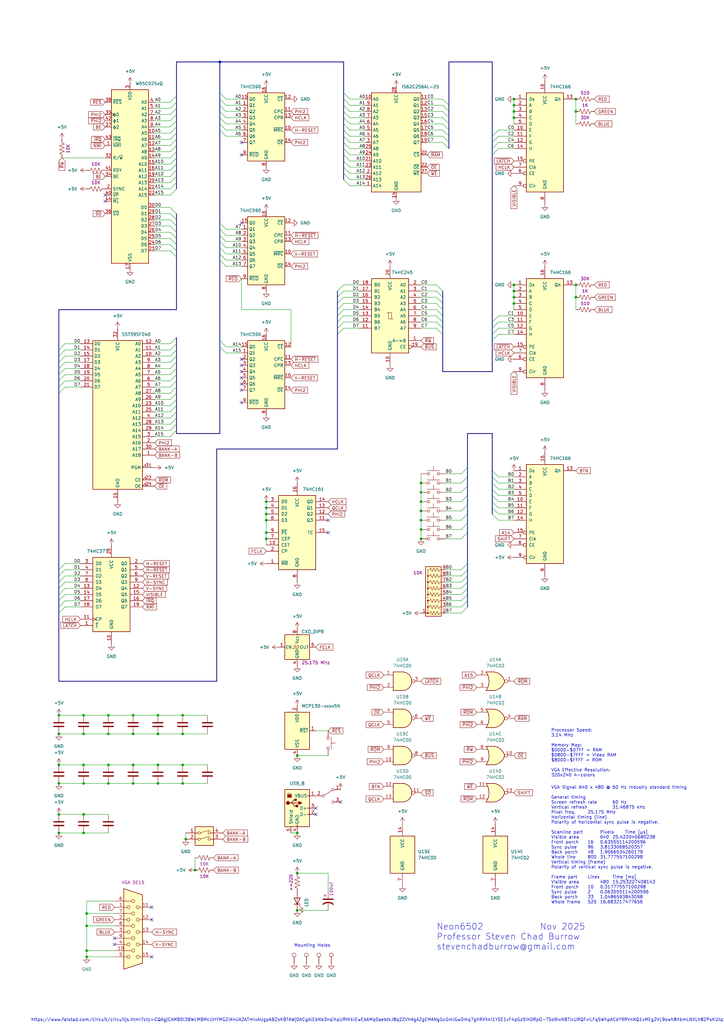
<source format=kicad_sch>
(kicad_sch (version 20230121) (generator eeschema)
  (paper "A3" portrait)
  (junction (at 210.82 119.38))
  (junction (at 80.01 356.87))
  (junction (at 34.29 293.37))
  (junction (at 109.22 213.36))
  (junction (at 44.45 321.31))
  (junction (at 54.61 321.31))
  (junction (at 54.61 313.69))
  (junction (at 210.82 45.72))
  (junction (at 64.77 313.69))
  (junction (at 34.29 300.99))
  (junction (at 172.72 209.55))
  (junction (at 210.82 43.18))
  (junction (at 54.61 293.37))
  (junction (at 172.72 201.93))
  (junction (at 74.93 321.31))
  (junction (at 34.29 341.63))
  (junction (at 121.92 358.14))
  (junction (at 24.13 334.01))
  (junction (at 34.29 334.01))
  (junction (at 54.61 300.99))
  (junction (at 44.45 313.69))
  (junction (at 24.13 313.69))
  (junction (at 90.17 25.4))
  (junction (at 109.22 210.82))
  (junction (at 210.82 116.84))
  (junction (at 236.22 40.64))
  (junction (at 35.56 389.89))
  (junction (at 172.72 220.98))
  (junction (at 34.29 321.31))
  (junction (at 210.82 48.26))
  (junction (at 24.13 341.63))
  (junction (at 172.72 205.74))
  (junction (at 64.77 293.37))
  (junction (at 109.22 205.74))
  (junction (at 35.56 392.43))
  (junction (at 210.82 40.64))
  (junction (at 109.22 218.44))
  (junction (at 236.22 121.92))
  (junction (at 64.77 300.99))
  (junction (at 109.22 220.98))
  (junction (at 172.72 217.17))
  (junction (at 24.13 300.99))
  (junction (at 121.92 373.38))
  (junction (at 210.82 124.46))
  (junction (at 35.56 379.73))
  (junction (at 24.13 321.31))
  (junction (at 44.45 293.37))
  (junction (at 210.82 121.92))
  (junction (at 24.13 293.37))
  (junction (at 236.22 116.84))
  (junction (at 109.22 208.28))
  (junction (at 64.77 321.31))
  (junction (at 121.92 341.63))
  (junction (at 74.93 293.37))
  (junction (at 74.93 313.69))
  (junction (at 44.45 300.99))
  (junction (at 74.93 300.99))
  (junction (at 34.29 313.69))
  (junction (at 121.92 309.88))
  (junction (at 172.72 213.36))
  (junction (at 76.2 344.17))
  (junction (at 172.72 198.12))
  (junction (at 35.56 374.65))
  (junction (at 236.22 45.72))
  (no_connect (at 129.54 334.01))
  (no_connect (at 43.18 80.01))
  (no_connect (at 134.62 218.44))
  (no_connect (at 99.06 154.94))
  (no_connect (at 43.18 82.55))
  (no_connect (at 46.99 387.35))
  (no_connect (at 99.06 157.48))
  (no_connect (at 134.62 213.36))
  (no_connect (at 62.23 377.19))
  (no_connect (at 99.06 149.86))
  (no_connect (at 99.06 58.42))
  (no_connect (at 99.06 165.1))
  (no_connect (at 99.06 160.02))
  (no_connect (at 139.7 328.93))
  (no_connect (at 99.06 147.32))
  (no_connect (at 99.06 91.44))
  (no_connect (at 62.23 372.11))
  (no_connect (at 46.99 384.81))
  (no_connect (at 99.06 152.4))
  (no_connect (at 99.06 63.5))
  (no_connect (at 62.23 392.43))
  (no_connect (at 129.54 331.47))
  (bus_entry (at 69.85 179.07) (size 2.54 -2.54))
  (bus_entry (at 92.71 53.34) (size -2.54 -2.54))
  (bus_entry (at 179.07 124.46) (size 2.54 2.54))
  (bus_entry (at 179.07 116.84) (size 2.54 2.54))
  (bus_entry (at 201.93 200.66) (size 2.54 2.54))
  (bus_entry (at 69.85 143.51) (size 2.54 -2.54))
  (bus_entry (at 69.85 166.37) (size 2.54 -2.54))
  (bus_entry (at 26.67 148.59) (size -2.54 2.54))
  (bus_entry (at 143.51 63.5) (size -2.54 -2.54))
  (bus_entry (at 69.85 62.23) (size 2.54 -2.54))
  (bus_entry (at 189.23 220.98) (size 2.54 -2.54))
  (bus_entry (at 69.85 146.05) (size 2.54 -2.54))
  (bus_entry (at 90.17 139.7) (size 2.54 2.54))
  (bus_entry (at 189.23 213.36) (size 2.54 -2.54))
  (bus_entry (at 69.85 41.91) (size 2.54 -2.54))
  (bus_entry (at 201.93 134.62) (size 2.54 -2.54))
  (bus_entry (at 92.71 40.64) (size -2.54 -2.54))
  (bus_entry (at 69.85 163.83) (size 2.54 -2.54))
  (bus_entry (at 69.85 64.77) (size 2.54 -2.54))
  (bus_entry (at 140.97 134.62) (size -2.54 2.54))
  (bus_entry (at 69.85 173.99) (size 2.54 -2.54))
  (bus_entry (at 26.67 151.13) (size -2.54 2.54))
  (bus_entry (at 181.61 55.88) (size 2.54 2.54))
  (bus_entry (at 69.85 97.79) (size 2.54 2.54))
  (bus_entry (at 140.97 116.84) (size -2.54 2.54))
  (bus_entry (at 26.67 233.68) (size -2.54 2.54))
  (bus_entry (at 92.71 109.22) (size -2.54 -2.54))
  (bus_entry (at 179.07 134.62) (size 2.54 2.54))
  (bus_entry (at 69.85 148.59) (size 2.54 -2.54))
  (bus_entry (at 69.85 171.45) (size 2.54 -2.54))
  (bus_entry (at 69.85 57.15) (size 2.54 -2.54))
  (bus_entry (at 201.93 205.74) (size 2.54 2.54))
  (bus_entry (at 179.07 132.08) (size 2.54 2.54))
  (bus_entry (at 191.77 238.76) (size -2.54 2.54))
  (bus_entry (at 92.71 101.6) (size -2.54 -2.54))
  (bus_entry (at 69.85 54.61) (size 2.54 -2.54))
  (bus_entry (at 189.23 198.12) (size 2.54 -2.54))
  (bus_entry (at 143.51 40.64) (size -2.54 -2.54))
  (bus_entry (at 26.67 238.76) (size -2.54 2.54))
  (bus_entry (at 140.97 119.38) (size -2.54 2.54))
  (bus_entry (at 140.97 124.46) (size -2.54 2.54))
  (bus_entry (at 201.93 55.88) (size 2.54 -2.54))
  (bus_entry (at 69.85 44.45) (size 2.54 -2.54))
  (bus_entry (at 69.85 158.75) (size 2.54 -2.54))
  (bus_entry (at 181.61 50.8) (size 2.54 2.54))
  (bus_entry (at 69.85 87.63) (size 2.54 2.54))
  (bus_entry (at 143.51 71.12) (size -2.54 -2.54))
  (bus_entry (at 92.71 104.14) (size -2.54 -2.54))
  (bus_entry (at 191.77 246.38) (size -2.54 2.54))
  (bus_entry (at 143.51 60.96) (size -2.54 -2.54))
  (bus_entry (at 26.67 246.38) (size -2.54 2.54))
  (bus_entry (at 179.07 121.92) (size 2.54 2.54))
  (bus_entry (at 69.85 52.07) (size 2.54 -2.54))
  (bus_entry (at 69.85 80.01) (size 2.54 -2.54))
  (bus_entry (at 191.77 248.92) (size -2.54 2.54))
  (bus_entry (at 143.51 55.88) (size -2.54 -2.54))
  (bus_entry (at 181.61 53.34) (size 2.54 2.54))
  (bus_entry (at 143.51 76.2) (size -2.54 -2.54))
  (bus_entry (at 26.67 143.51) (size -2.54 2.54))
  (bus_entry (at 181.61 45.72) (size 2.54 2.54))
  (bus_entry (at 140.97 121.92) (size -2.54 2.54))
  (bus_entry (at 69.85 59.69) (size 2.54 -2.54))
  (bus_entry (at 143.51 66.04) (size -2.54 -2.54))
  (bus_entry (at 140.97 129.54) (size -2.54 2.54))
  (bus_entry (at 191.77 231.14) (size -2.54 2.54))
  (bus_entry (at 69.85 156.21) (size 2.54 -2.54))
  (bus_entry (at 26.67 146.05) (size -2.54 2.54))
  (bus_entry (at 69.85 102.87) (size 2.54 2.54))
  (bus_entry (at 189.23 205.74) (size 2.54 -2.54))
  (bus_entry (at 69.85 90.17) (size 2.54 2.54))
  (bus_entry (at 69.85 67.31) (size 2.54 -2.54))
  (bus_entry (at 69.85 161.29) (size 2.54 -2.54))
  (bus_entry (at 92.71 144.78) (size -2.54 -2.54))
  (bus_entry (at 69.85 92.71) (size 2.54 2.54))
  (bus_entry (at 69.85 46.99) (size 2.54 -2.54))
  (bus_entry (at 92.71 99.06) (size -2.54 -2.54))
  (bus_entry (at 201.93 137.16) (size 2.54 -2.54))
  (bus_entry (at 201.93 208.28) (size 2.54 2.54))
  (bus_entry (at 140.97 127) (size -2.54 2.54))
  (bus_entry (at 92.71 55.88) (size -2.54 -2.54))
  (bus_entry (at 26.67 236.22) (size -2.54 2.54))
  (bus_entry (at 69.85 77.47) (size 2.54 -2.54))
  (bus_entry (at 92.71 93.98) (size -2.54 -2.54))
  (bus_entry (at 181.61 40.64) (size 2.54 2.54))
  (bus_entry (at 26.67 140.97) (size -2.54 2.54))
  (bus_entry (at 201.93 210.82) (size 2.54 2.54))
  (bus_entry (at 92.71 45.72) (size -2.54 -2.54))
  (bus_entry (at 26.67 241.3) (size -2.54 2.54))
  (bus_entry (at 143.51 73.66) (size -2.54 -2.54))
  (bus_entry (at 201.93 198.12) (size 2.54 2.54))
  (bus_entry (at 181.61 48.26) (size 2.54 2.54))
  (bus_entry (at 143.51 58.42) (size -2.54 -2.54))
  (bus_entry (at 201.93 193.04) (size 2.54 2.54))
  (bus_entry (at 26.67 243.84) (size -2.54 2.54))
  (bus_entry (at 191.77 241.3) (size -2.54 2.54))
  (bus_entry (at 179.07 127) (size 2.54 2.54))
  (bus_entry (at 69.85 85.09) (size 2.54 2.54))
  (bus_entry (at 191.77 233.68) (size -2.54 2.54))
  (bus_entry (at 69.85 140.97) (size 2.54 -2.54))
  (bus_entry (at 189.23 209.55) (size 2.54 -2.54))
  (bus_entry (at 201.93 63.5) (size 2.54 -2.54))
  (bus_entry (at 143.51 68.58) (size -2.54 -2.54))
  (bus_entry (at 143.51 50.8) (size -2.54 -2.54))
  (bus_entry (at 143.51 45.72) (size -2.54 -2.54))
  (bus_entry (at 189.23 217.17) (size 2.54 -2.54))
  (bus_entry (at 26.67 153.67) (size -2.54 2.54))
  (bus_entry (at 26.67 156.21) (size -2.54 2.54))
  (bus_entry (at 92.71 96.52) (size -2.54 -2.54))
  (bus_entry (at 92.71 48.26) (size -2.54 -2.54))
  (bus_entry (at 179.07 119.38) (size 2.54 2.54))
  (bus_entry (at 201.93 58.42) (size 2.54 -2.54))
  (bus_entry (at 181.61 43.18) (size 2.54 2.54))
  (bus_entry (at 179.07 129.54) (size 2.54 2.54))
  (bus_entry (at 189.23 201.93) (size 2.54 -2.54))
  (bus_entry (at 69.85 176.53) (size 2.54 -2.54))
  (bus_entry (at 69.85 153.67) (size 2.54 -2.54))
  (bus_entry (at 201.93 203.2) (size 2.54 2.54))
  (bus_entry (at 191.77 243.84) (size -2.54 2.54))
  (bus_entry (at 92.71 43.18) (size -2.54 -2.54))
  (bus_entry (at 69.85 74.93) (size 2.54 -2.54))
  (bus_entry (at 69.85 95.25) (size 2.54 2.54))
  (bus_entry (at 201.93 139.7) (size 2.54 -2.54))
  (bus_entry (at 92.71 50.8) (size -2.54 -2.54))
  (bus_entry (at 191.77 236.22) (size -2.54 2.54))
  (bus_entry (at 143.51 53.34) (size -2.54 -2.54))
  (bus_entry (at 189.23 194.31) (size 2.54 -2.54))
  (bus_entry (at 26.67 158.75) (size -2.54 2.54))
  (bus_entry (at 69.85 49.53) (size 2.54 -2.54))
  (bus_entry (at 69.85 100.33) (size 2.54 2.54))
  (bus_entry (at 140.97 132.08) (size -2.54 2.54))
  (bus_entry (at 69.85 151.13) (size 2.54 -2.54))
  (bus_entry (at 201.93 60.96) (size 2.54 -2.54))
  (bus_entry (at 92.71 106.68) (size -2.54 -2.54))
  (bus_entry (at 69.85 168.91) (size 2.54 -2.54))
  (bus_entry (at 26.67 248.92) (size -2.54 2.54))
  (bus_entry (at 69.85 69.85) (size 2.54 -2.54))
  (bus_entry (at 143.51 43.18) (size -2.54 -2.54))
  (bus_entry (at 181.61 58.42) (size 2.54 2.54))
  (bus_entry (at 201.93 132.08) (size 2.54 -2.54))
  (bus_entry (at 69.85 72.39) (size 2.54 -2.54))
  (bus_entry (at 143.51 48.26) (size -2.54 -2.54))
  (bus_entry (at 201.93 195.58) (size 2.54 2.54))
  (bus_entry (at 26.67 231.14) (size -2.54 2.54))
  (bus (pts (xy 90.17 25.4) (xy 140.97 25.4)))
  (bus (pts (xy 24.13 143.51) (xy 24.13 127)))
  (bus (pts (xy 72.39 177.8) (xy 90.17 177.8)))
  (bus (pts (xy 72.39 72.39) (xy 72.39 69.85)))
  (wire (pts (xy 172.72 134.62) (xy 179.07 134.62)))
  (wire (pts (xy 149.86 45.72) (xy 143.51 45.72)))
  (wire (pts (xy 63.5 153.67) (xy 69.85 153.67)))
  (wire (pts (xy 172.72 213.36) (xy 172.72 209.55)))
  (wire (pts (xy 134.62 358.14) (xy 134.62 365.76)))
  (wire (pts (xy 33.02 233.68) (xy 26.67 233.68)))
  (wire (pts (xy 172.72 132.08) (xy 179.07 132.08)))
  (wire (pts (xy 38.1 457.2) (xy 38.1 455.93)))
  (bus (pts (xy 24.13 238.76) (xy 24.13 241.3)))
  (bus (pts (xy 90.17 104.14) (xy 90.17 106.68)))
  (wire (pts (xy 63.5 494.03) (xy 139.7 494.03)))
  (wire (pts (xy 109.22 213.36) (xy 109.22 218.44)))
  (bus (pts (xy 72.39 127) (xy 72.39 105.41)))
  (wire (pts (xy 147.32 116.84) (xy 140.97 116.84)))
  (wire (pts (xy 189.23 217.17) (xy 182.88 217.17)))
  (bus (pts (xy 90.17 48.26) (xy 90.17 50.8)))
  (wire (pts (xy 85.09 321.31) (xy 74.93 321.31)))
  (wire (pts (xy 54.61 300.99) (xy 44.45 300.99)))
  (bus (pts (xy 24.13 248.92) (xy 24.13 251.46)))
  (bus (pts (xy 72.39 64.77) (xy 72.39 62.23)))
  (wire (pts (xy 33.02 246.38) (xy 26.67 246.38)))
  (wire (pts (xy 175.26 45.72) (xy 181.61 45.72)))
  (wire (pts (xy 101.6 443.23) (xy 114.3 443.23)))
  (wire (pts (xy 63.5 97.79) (xy 69.85 97.79)))
  (wire (pts (xy 35.56 379.73) (xy 35.56 374.65)))
  (bus (pts (xy 72.39 52.07) (xy 72.39 49.53)))
  (wire (pts (xy 172.72 209.55) (xy 172.72 205.74)))
  (bus (pts (xy 90.17 53.34) (xy 90.17 91.44)))
  (wire (pts (xy 204.47 53.34) (xy 210.82 53.34)))
  (wire (pts (xy 33.02 140.97) (xy 26.67 140.97)))
  (wire (pts (xy 149.86 43.18) (xy 143.51 43.18)))
  (wire (pts (xy 63.5 469.9) (xy 63.5 468.63)))
  (wire (pts (xy 63.5 90.17) (xy 69.85 90.17)))
  (bus (pts (xy 201.93 205.74) (xy 201.93 208.28)))
  (wire (pts (xy 109.22 210.82) (xy 109.22 213.36)))
  (wire (pts (xy 204.47 55.88) (xy 210.82 55.88)))
  (wire (pts (xy 99.06 96.52) (xy 92.71 96.52)))
  (wire (pts (xy 139.7 495.3) (xy 139.7 494.03)))
  (wire (pts (xy 236.22 45.72) (xy 236.22 50.8)))
  (bus (pts (xy 140.97 45.72) (xy 140.97 43.18)))
  (bus (pts (xy 24.13 146.05) (xy 24.13 148.59)))
  (wire (pts (xy 114.3 506.73) (xy 114.3 508)))
  (wire (pts (xy 149.86 55.88) (xy 143.51 55.88)))
  (bus (pts (xy 90.17 139.7) (xy 90.17 142.24)))
  (wire (pts (xy 54.61 293.37) (xy 64.77 293.37)))
  (bus (pts (xy 191.77 218.44) (xy 191.77 231.14)))
  (bus (pts (xy 90.17 106.68) (xy 90.17 139.7)))
  (wire (pts (xy 35.56 369.57) (xy 46.99 369.57)))
  (wire (pts (xy 63.5 455.93) (xy 63.5 457.2)))
  (bus (pts (xy 181.61 124.46) (xy 181.61 127)))
  (wire (pts (xy 189.23 251.46) (xy 182.88 251.46)))
  (wire (pts (xy 236.22 116.84) (xy 236.22 121.92)))
  (bus (pts (xy 24.13 161.29) (xy 24.13 233.68)))
  (wire (pts (xy 63.5 457.2) (xy 88.9 457.2)))
  (bus (pts (xy 140.97 68.58) (xy 140.97 66.04)))
  (wire (pts (xy 203.2 443.23) (xy 215.9 443.23)))
  (wire (pts (xy 63.5 173.99) (xy 69.85 173.99)))
  (bus (pts (xy 24.13 233.68) (xy 24.13 236.22)))
  (bus (pts (xy 138.43 132.08) (xy 138.43 134.62)))
  (wire (pts (xy 204.47 60.96) (xy 210.82 60.96)))
  (wire (pts (xy 92.71 43.18) (xy 99.06 43.18)))
  (wire (pts (xy 63.5 41.91) (xy 69.85 41.91)))
  (wire (pts (xy 33.02 238.76) (xy 26.67 238.76)))
  (wire (pts (xy 127 443.23) (xy 139.7 443.23)))
  (wire (pts (xy 121.92 309.88) (xy 134.62 309.88)))
  (wire (pts (xy 33.02 156.21) (xy 26.67 156.21)))
  (bus (pts (xy 138.43 134.62) (xy 138.43 137.16)))
  (wire (pts (xy 204.47 134.62) (xy 210.82 134.62)))
  (bus (pts (xy 201.93 55.88) (xy 201.93 58.42)))
  (wire (pts (xy 114.3 482.6) (xy 114.3 481.33)))
  (wire (pts (xy 92.71 48.26) (xy 99.06 48.26)))
  (wire (pts (xy 121.92 373.38) (xy 134.62 373.38)))
  (wire (pts (xy 114.3 469.9) (xy 165.1 469.9)))
  (wire (pts (xy 172.72 127) (xy 179.07 127)))
  (wire (pts (xy 12.7 481.33) (xy 63.5 481.33)))
  (wire (pts (xy 189.23 198.12) (xy 182.88 198.12)))
  (bus (pts (xy 191.77 177.8) (xy 201.93 177.8)))
  (wire (pts (xy 63.5 74.93) (xy 69.85 74.93)))
  (wire (pts (xy 114.3 457.2) (xy 139.7 457.2)))
  (wire (pts (xy 147.32 121.92) (xy 140.97 121.92)))
  (wire (pts (xy 189.23 194.31) (xy 182.88 194.31)))
  (wire (pts (xy 139.7 457.2) (xy 139.7 455.93)))
  (wire (pts (xy 63.5 62.23) (xy 69.85 62.23)))
  (wire (pts (xy 63.5 482.6) (xy 114.3 482.6)))
  (bus (pts (xy 72.39 25.4) (xy 90.17 25.4)))
  (wire (pts (xy 189.23 246.38) (xy 182.88 246.38)))
  (wire (pts (xy 24.13 313.69) (xy 34.29 313.69)))
  (wire (pts (xy 33.02 158.75) (xy 26.67 158.75)))
  (bus (pts (xy 201.93 132.08) (xy 201.93 134.62)))
  (bus (pts (xy 138.43 124.46) (xy 138.43 127)))
  (wire (pts (xy 119.38 127) (xy 119.38 142.24)))
  (wire (pts (xy 215.9 455.93) (xy 215.9 457.2)))
  (wire (pts (xy 63.5 161.29) (xy 69.85 161.29)))
  (wire (pts (xy 215.9 506.73) (xy 215.9 508)))
  (wire (pts (xy 63.5 444.5) (xy 76.2 444.5)))
  (wire (pts (xy 12.7 482.6) (xy 12.7 481.33)))
  (wire (pts (xy 74.93 321.31) (xy 64.77 321.31)))
  (wire (pts (xy 149.86 71.12) (xy 143.51 71.12)))
  (bus (pts (xy 191.77 236.22) (xy 191.77 238.76)))
  (wire (pts (xy 190.5 444.5) (xy 203.2 444.5)))
  (wire (pts (xy 189.23 236.22) (xy 182.88 236.22)))
  (wire (pts (xy 149.86 40.64) (xy 143.51 40.64)))
  (bus (pts (xy 191.77 191.77) (xy 191.77 177.8)))
  (bus (pts (xy 72.39 25.4) (xy 72.39 39.37)))
  (wire (pts (xy 63.5 46.99) (xy 69.85 46.99)))
  (bus (pts (xy 90.17 142.24) (xy 90.17 177.8)))
  (bus (pts (xy 72.39 148.59) (xy 72.39 146.05)))
  (bus (pts (xy 140.97 63.5) (xy 140.97 60.96)))
  (bus (pts (xy 201.93 200.66) (xy 201.93 203.2)))
  (wire (pts (xy 210.82 45.72) (xy 210.82 48.26)))
  (wire (pts (xy 12.7 444.5) (xy 25.4 444.5)))
  (wire (pts (xy 54.61 321.31) (xy 44.45 321.31)))
  (bus (pts (xy 201.93 60.96) (xy 201.93 63.5)))
  (bus (pts (xy 72.39 97.79) (xy 72.39 100.33)))
  (wire (pts (xy 64.77 293.37) (xy 74.93 293.37)))
  (bus (pts (xy 72.39 166.37) (xy 72.39 163.83)))
  (bus (pts (xy 72.39 74.93) (xy 72.39 72.39)))
  (bus (pts (xy 24.13 158.75) (xy 24.13 161.29)))
  (wire (pts (xy 204.47 195.58) (xy 210.82 195.58)))
  (wire (pts (xy 165.1 482.6) (xy 215.9 482.6)))
  (wire (pts (xy 63.5 67.31) (xy 69.85 67.31)))
  (bus (pts (xy 72.39 168.91) (xy 72.39 166.37)))
  (bus (pts (xy 90.17 99.06) (xy 90.17 96.52)))
  (bus (pts (xy 24.13 251.46) (xy 24.13 279.4)))
  (wire (pts (xy 74.93 293.37) (xy 85.09 293.37)))
  (bus (pts (xy 90.17 91.44) (xy 90.17 93.98)))
  (wire (pts (xy 63.5 443.23) (xy 63.5 444.5)))
  (bus (pts (xy 181.61 119.38) (xy 181.61 121.92)))
  (bus (pts (xy 88.9 184.15) (xy 88.9 279.4)))
  (bus (pts (xy 201.93 195.58) (xy 201.93 198.12)))
  (wire (pts (xy 189.23 205.74) (xy 182.88 205.74)))
  (wire (pts (xy 139.7 443.23) (xy 139.7 444.5)))
  (wire (pts (xy 149.86 58.42) (xy 143.51 58.42)))
  (wire (pts (xy 63.5 52.07) (xy 69.85 52.07)))
  (wire (pts (xy 63.5 85.09) (xy 69.85 85.09)))
  (wire (pts (xy 204.47 205.74) (xy 210.82 205.74)))
  (wire (pts (xy 85.09 300.99) (xy 74.93 300.99)))
  (bus (pts (xy 24.13 156.21) (xy 24.13 158.75)))
  (wire (pts (xy 25.4 443.23) (xy 38.1 443.23)))
  (bus (pts (xy 72.39 49.53) (xy 72.39 46.99)))
  (wire (pts (xy 152.4 443.23) (xy 165.1 443.23)))
  (wire (pts (xy 172.72 129.54) (xy 179.07 129.54)))
  (wire (pts (xy 92.71 45.72) (xy 99.06 45.72)))
  (bus (pts (xy 201.93 134.62) (xy 201.93 137.16)))
  (wire (pts (xy 172.72 201.93) (xy 172.72 198.12)))
  (wire (pts (xy 63.5 146.05) (xy 69.85 146.05)))
  (wire (pts (xy 92.71 50.8) (xy 99.06 50.8)))
  (wire (pts (xy 149.86 73.66) (xy 143.51 73.66)))
  (wire (pts (xy 63.5 156.21) (xy 69.85 156.21)))
  (bus (pts (xy 184.15 45.72) (xy 184.15 48.26)))
  (bus (pts (xy 90.17 40.64) (xy 90.17 43.18)))
  (wire (pts (xy 149.86 53.34) (xy 143.51 53.34)))
  (bus (pts (xy 72.39 153.67) (xy 72.39 151.13)))
  (bus (pts (xy 24.13 236.22) (xy 24.13 238.76)))
  (wire (pts (xy 109.22 208.28) (xy 109.22 210.82)))
  (wire (pts (xy 210.82 121.92) (xy 210.82 119.38)))
  (wire (pts (xy 215.9 443.23) (xy 215.9 444.5)))
  (wire (pts (xy 165.1 481.33) (xy 165.1 482.6)))
  (bus (pts (xy 140.97 55.88) (xy 140.97 53.34)))
  (bus (pts (xy 184.15 55.88) (xy 184.15 58.42)))
  (wire (pts (xy 12.7 457.2) (xy 38.1 457.2)))
  (wire (pts (xy 63.5 87.63) (xy 69.85 87.63)))
  (bus (pts (xy 201.93 152.4) (xy 201.93 139.7)))
  (wire (pts (xy 189.23 238.76) (xy 182.88 238.76)))
  (wire (pts (xy 63.5 176.53) (xy 69.85 176.53)))
  (wire (pts (xy 149.86 66.04) (xy 143.51 66.04)))
  (bus (pts (xy 184.15 43.18) (xy 184.15 45.72)))
  (wire (pts (xy 204.47 132.08) (xy 210.82 132.08)))
  (wire (pts (xy 139.7 455.93) (xy 165.1 455.93)))
  (wire (pts (xy 147.32 127) (xy 140.97 127)))
  (wire (pts (xy 165.1 444.5) (xy 177.8 444.5)))
  (bus (pts (xy 72.39 173.99) (xy 72.39 171.45)))
  (wire (pts (xy 34.29 334.01) (xy 44.45 334.01)))
  (wire (pts (xy 24.13 341.63) (xy 34.29 341.63)))
  (wire (pts (xy 210.82 127) (xy 210.82 124.46)))
  (wire (pts (xy 165.1 468.63) (xy 215.9 468.63)))
  (wire (pts (xy 203.2 444.5) (xy 203.2 443.23)))
  (wire (pts (xy 92.71 53.34) (xy 99.06 53.34)))
  (wire (pts (xy 190.5 455.93) (xy 215.9 455.93)))
  (wire (pts (xy 189.23 248.92) (xy 182.88 248.92)))
  (wire (pts (xy 114.3 468.63) (xy 114.3 469.9)))
  (bus (pts (xy 72.39 92.71) (xy 72.39 95.25)))
  (wire (pts (xy 63.5 481.33) (xy 63.5 482.6)))
  (bus (pts (xy 140.97 43.18) (xy 140.97 40.64)))
  (wire (pts (xy 76.2 344.17) (xy 76.2 341.63)))
  (bus (pts (xy 90.17 45.72) (xy 90.17 48.26)))
  (bus (pts (xy 72.39 171.45) (xy 72.39 168.91)))
  (wire (pts (xy 215.9 519.43) (xy 215.9 520.7)))
  (wire (pts (xy 175.26 53.34) (xy 181.61 53.34)))
  (bus (pts (xy 72.39 67.31) (xy 72.39 64.77)))
  (bus (pts (xy 140.97 53.34) (xy 140.97 50.8)))
  (wire (pts (xy 99.06 109.22) (xy 92.71 109.22)))
  (wire (pts (xy 109.22 218.44) (xy 109.22 220.98)))
  (wire (pts (xy 175.26 48.26) (xy 181.61 48.26)))
  (bus (pts (xy 191.77 231.14) (xy 191.77 233.68)))
  (wire (pts (xy 99.06 127) (xy 119.38 127)))
  (wire (pts (xy 63.5 92.71) (xy 69.85 92.71)))
  (bus (pts (xy 138.43 137.16) (xy 138.43 184.15)))
  (wire (pts (xy 38.1 495.3) (xy 63.5 495.3)))
  (wire (pts (xy 149.86 68.58) (xy 143.51 68.58)))
  (wire (pts (xy 24.13 300.99) (xy 34.29 300.99)))
  (bus (pts (xy 201.93 63.5) (xy 201.93 132.08)))
  (bus (pts (xy 181.61 121.92) (xy 181.61 124.46)))
  (wire (pts (xy 63.5 151.13) (xy 69.85 151.13)))
  (bus (pts (xy 72.39 77.47) (xy 72.39 74.93)))
  (wire (pts (xy 63.5 95.25) (xy 69.85 95.25)))
  (bus (pts (xy 72.39 69.85) (xy 72.39 67.31)))
  (wire (pts (xy 35.56 379.73) (xy 46.99 379.73)))
  (wire (pts (xy 64.77 321.31) (xy 54.61 321.31)))
  (wire (pts (xy 204.47 198.12) (xy 210.82 198.12)))
  (wire (pts (xy 24.13 293.37) (xy 34.29 293.37)))
  (bus (pts (xy 72.39 151.13) (xy 72.39 148.59)))
  (bus (pts (xy 201.93 25.4) (xy 201.93 55.88)))
  (bus (pts (xy 201.93 177.8) (xy 201.93 193.04)))
  (bus (pts (xy 181.61 129.54) (xy 181.61 132.08)))
  (wire (pts (xy 204.47 203.2) (xy 210.82 203.2)))
  (wire (pts (xy 114.3 443.23) (xy 114.3 444.5)))
  (wire (pts (xy 236.22 121.92) (xy 236.22 127)))
  (wire (pts (xy 63.5 468.63) (xy 114.3 468.63)))
  (bus (pts (xy 90.17 96.52) (xy 90.17 93.98)))
  (wire (pts (xy 147.32 134.62) (xy 140.97 134.62)))
  (wire (pts (xy 50.8 443.23) (xy 63.5 443.23)))
  (bus (pts (xy 184.15 53.34) (xy 184.15 55.88)))
  (wire (pts (xy 210.82 119.38) (xy 210.82 116.84)))
  (bus (pts (xy 72.39 161.29) (xy 72.39 158.75)))
  (wire (pts (xy 34.29 300.99) (xy 44.45 300.99)))
  (wire (pts (xy 63.5 140.97) (xy 69.85 140.97)))
  (bus (pts (xy 90.17 25.4) (xy 90.17 38.1)))
  (bus (pts (xy 90.17 43.18) (xy 90.17 45.72)))
  (wire (pts (xy 215.9 532.13) (xy 215.9 533.4)))
  (wire (pts (xy 101.6 444.5) (xy 101.6 443.23)))
  (bus (pts (xy 72.39 44.45) (xy 72.39 41.91)))
  (wire (pts (xy 149.86 48.26) (xy 143.51 48.26)))
  (wire (pts (xy 172.72 119.38) (xy 179.07 119.38)))
  (bus (pts (xy 72.39 54.61) (xy 72.39 52.07)))
  (wire (pts (xy 190.5 457.2) (xy 190.5 455.93)))
  (wire (pts (xy 204.47 129.54) (xy 210.82 129.54)))
  (wire (pts (xy 38.1 444.5) (xy 50.8 444.5)))
  (bus (pts (xy 138.43 127) (xy 138.43 129.54)))
  (wire (pts (xy 127 444.5) (xy 127 443.23)))
  (wire (pts (xy 34.29 293.37) (xy 44.45 293.37)))
  (wire (pts (xy 99.06 99.06) (xy 92.71 99.06)))
  (bus (pts (xy 90.17 101.6) (xy 90.17 99.06)))
  (bus (pts (xy 72.39 87.63) (xy 72.39 90.17)))
  (wire (pts (xy 236.22 40.64) (xy 236.22 45.72)))
  (wire (pts (xy 35.56 392.43) (xy 46.99 392.43)))
  (wire (pts (xy 121.92 358.14) (xy 134.62 358.14)))
  (bus (pts (xy 184.15 48.26) (xy 184.15 50.8)))
  (wire (pts (xy 35.56 374.65) (xy 46.99 374.65)))
  (bus (pts (xy 191.77 199.39) (xy 191.77 203.2)))
  (wire (pts (xy 63.5 148.59) (xy 69.85 148.59)))
  (wire (pts (xy 63.5 179.07) (xy 69.85 179.07)))
  (wire (pts (xy 25.4 444.5) (xy 25.4 443.23)))
  (wire (pts (xy 35.56 374.65) (xy 35.56 369.57)))
  (wire (pts (xy 33.02 231.14) (xy 26.67 231.14)))
  (bus (pts (xy 181.61 132.08) (xy 181.61 134.62)))
  (bus (pts (xy 72.39 146.05) (xy 72.39 143.51)))
  (wire (pts (xy 12.7 494.03) (xy 38.1 494.03)))
  (wire (pts (xy 215.9 468.63) (xy 215.9 469.9)))
  (wire (pts (xy 172.72 217.17) (xy 172.72 213.36)))
  (wire (pts (xy 165.1 520.7) (xy 165.1 519.43)))
  (wire (pts (xy 175.26 55.88) (xy 181.61 55.88)))
  (bus (pts (xy 72.39 176.53) (xy 72.39 173.99)))
  (wire (pts (xy 54.61 313.69) (xy 64.77 313.69)))
  (bus (pts (xy 201.93 137.16) (xy 201.93 139.7)))
  (bus (pts (xy 72.39 62.23) (xy 72.39 59.69)))
  (wire (pts (xy 64.77 313.69) (xy 74.93 313.69)))
  (bus (pts (xy 72.39 100.33) (xy 72.39 102.87)))
  (bus (pts (xy 201.93 198.12) (xy 201.93 200.66)))
  (wire (pts (xy 63.5 54.61) (xy 69.85 54.61)))
  (wire (pts (xy 109.22 220.98) (xy 109.22 223.52)))
  (wire (pts (xy 38.1 455.93) (xy 63.5 455.93)))
  (bus (pts (xy 181.61 127) (xy 181.61 129.54)))
  (wire (pts (xy 63.5 166.37) (xy 69.85 166.37)))
  (wire (pts (xy 25.4 64.77) (xy 43.18 64.77)))
  (bus (pts (xy 138.43 119.38) (xy 138.43 121.92)))
  (bus (pts (xy 24.13 241.3) (xy 24.13 243.84)))
  (wire (pts (xy 76.2 444.5) (xy 76.2 443.23)))
  (bus (pts (xy 90.17 50.8) (xy 90.17 53.34)))
  (bus (pts (xy 72.39 90.17) (xy 72.39 92.71)))
  (bus (pts (xy 191.77 238.76) (xy 191.77 241.3)))
  (wire (pts (xy 114.3 444.5) (xy 127 444.5)))
  (wire (pts (xy 33.02 248.92) (xy 26.67 248.92)))
  (wire (pts (xy 44.45 313.69) (xy 54.61 313.69)))
  (wire (pts (xy 152.4 444.5) (xy 152.4 443.23)))
  (bus (pts (xy 24.13 148.59) (xy 24.13 151.13)))
  (wire (pts (xy 44.45 293.37) (xy 54.61 293.37)))
  (bus (pts (xy 140.97 66.04) (xy 140.97 63.5)))
  (bus (pts (xy 181.61 134.62) (xy 181.61 137.16)))
  (bus (pts (xy 191.77 195.58) (xy 191.77 199.39)))
  (wire (pts (xy 34.29 321.31) (xy 44.45 321.31)))
  (wire (pts (xy 33.02 146.05) (xy 26.67 146.05)))
  (wire (pts (xy 12.7 506.73) (xy 114.3 506.73)))
  (wire (pts (xy 63.5 72.39) (xy 69.85 72.39)))
  (bus (pts (xy 140.97 60.96) (xy 140.97 58.42)))
  (bus (pts (xy 24.13 279.4) (xy 88.9 279.4)))
  (wire (pts (xy 147.32 129.54) (xy 140.97 129.54)))
  (wire (pts (xy 63.5 158.75) (xy 69.85 158.75)))
  (wire (pts (xy 149.86 60.96) (xy 143.51 60.96)))
  (bus (pts (xy 184.15 50.8) (xy 184.15 53.34)))
  (bus (pts (xy 72.39 57.15) (xy 72.39 54.61)))
  (bus (pts (xy 184.15 25.4) (xy 201.93 25.4)))
  (wire (pts (xy 172.72 121.92) (xy 179.07 121.92)))
  (bus (pts (xy 140.97 50.8) (xy 140.97 48.26)))
  (bus (pts (xy 201.93 208.28) (xy 201.93 210.82)))
  (wire (pts (xy 114.3 508) (xy 215.9 508)))
  (bus (pts (xy 24.13 143.51) (xy 24.13 146.05)))
  (wire (pts (xy 172.72 124.46) (xy 179.07 124.46)))
  (bus (pts (xy 24.13 127) (xy 72.39 127)))
  (wire (pts (xy 24.13 334.01) (xy 34.29 334.01)))
  (wire (pts (xy 165.1 519.43) (xy 215.9 519.43)))
  (wire (pts (xy 165.1 469.9) (xy 165.1 468.63)))
  (wire (pts (xy 172.72 220.98) (xy 172.72 217.17)))
  (wire (pts (xy 80.01 351.79) (xy 80.01 356.87)))
  (wire (pts (xy 33.02 151.13) (xy 26.67 151.13)))
  (wire (pts (xy 139.7 444.5) (xy 152.4 444.5)))
  (wire (pts (xy 114.3 455.93) (xy 114.3 457.2)))
  (wire (pts (xy 175.26 50.8) (xy 181.61 50.8)))
  (wire (pts (xy 35.56 389.89) (xy 35.56 379.73)))
  (wire (pts (xy 190.5 532.13) (xy 190.5 533.4)))
  (wire (pts (xy 189.23 209.55) (xy 182.88 209.55)))
  (wire (pts (xy 204.47 208.28) (xy 210.82 208.28)))
  (wire (pts (xy 64.77 300.99) (xy 54.61 300.99)))
  (wire (pts (xy 147.32 132.08) (xy 140.97 132.08)))
  (wire (pts (xy 149.86 63.5) (xy 143.51 63.5)))
  (wire (pts (xy 33.02 153.67) (xy 26.67 153.67)))
  (wire (pts (xy 24.13 321.31) (xy 34.29 321.31)))
  (bus (pts (xy 184.15 58.42) (xy 184.15 60.96)))
  (wire (pts (xy 189.23 243.84) (xy 182.88 243.84)))
  (bus (pts (xy 191.77 233.68) (xy 191.77 236.22)))
  (wire (pts (xy 99.06 142.24) (xy 92.71 142.24)))
  (bus (pts (xy 181.61 137.16) (xy 181.61 152.4)))
  (bus (pts (xy 201.93 193.04) (xy 201.93 195.58)))
  (bus (pts (xy 72.39 95.25) (xy 72.39 97.79)))
  (bus (pts (xy 201.93 203.2) (xy 201.93 205.74)))
  (bus (pts (xy 191.77 214.63) (xy 191.77 218.44)))
  (wire (pts (xy 177.8 443.23) (xy 190.5 443.23)))
  (wire (pts (xy 76.2 443.23) (xy 88.9 443.23)))
  (wire (pts (xy 165.1 494.03) (xy 215.9 494.03)))
  (bus (pts (xy 72.39 59.69) (xy 72.39 57.15)))
  (wire (pts (xy 189.23 201.93) (xy 182.88 201.93)))
  (wire (pts (xy 210.82 124.46) (xy 210.82 121.92)))
  (bus (pts (xy 72.39 163.83) (xy 72.39 161.29)))
  (wire (pts (xy 99.06 114.3) (xy 99.06 127)))
  (bus (pts (xy 191.77 246.38) (xy 191.77 248.92)))
  (wire (pts (xy 63.5 77.47) (xy 69.85 77.47)))
  (bus (pts (xy 72.39 143.51) (xy 72.39 140.97)))
  (wire (pts (xy 88.9 443.23) (xy 88.9 444.5)))
  (wire (pts (xy 12.7 520.7) (xy 165.1 520.7)))
  (wire (pts (xy 121.92 341.63) (xy 119.38 341.63)))
  (bus (pts (xy 140.97 48.26) (xy 140.97 45.72)))
  (wire (pts (xy 204.47 137.16) (xy 210.82 137.16)))
  (bus (pts (xy 138.43 184.15) (xy 88.9 184.15)))
  (wire (pts (xy 190.5 443.23) (xy 190.5 444.5)))
  (bus (pts (xy 140.97 25.4) (xy 140.97 38.1)))
  (wire (pts (xy 38.1 494.03) (xy 38.1 495.3)))
  (wire (pts (xy 74.93 300.99) (xy 64.77 300.99)))
  (bus (pts (xy 72.39 46.99) (xy 72.39 44.45)))
  (wire (pts (xy 34.29 341.63) (xy 44.45 341.63)))
  (bus (pts (xy 191.77 207.01) (xy 191.77 210.82)))
  (wire (pts (xy 63.5 80.01) (xy 69.85 80.01)))
  (wire (pts (xy 38.1 443.23) (xy 38.1 444.5)))
  (bus (pts (xy 191.77 191.77) (xy 191.77 195.58)))
  (wire (pts (xy 35.56 392.43) (xy 35.56 389.89)))
  (wire (pts (xy 109.22 205.74) (xy 109.22 208.28)))
  (wire (pts (xy 63.5 49.53) (xy 69.85 49.53)))
  (wire (pts (xy 189.23 213.36) (xy 182.88 213.36)))
  (wire (pts (xy 210.82 45.72) (xy 210.82 43.18)))
  (wire (pts (xy 165.1 495.3) (xy 165.1 494.03)))
  (wire (pts (xy 114.3 481.33) (xy 165.1 481.33)))
  (wire (pts (xy 172.72 116.84) (xy 179.07 116.84)))
  (wire (pts (xy 147.32 124.46) (xy 140.97 124.46)))
  (wire (pts (xy 177.8 444.5) (xy 177.8 443.23)))
  (wire (pts (xy 149.86 76.2) (xy 143.51 76.2)))
  (bus (pts (xy 72.39 158.75) (xy 72.39 156.21)))
  (wire (pts (xy 204.47 200.66) (xy 210.82 200.66)))
  (wire (pts (xy 149.86 50.8) (xy 143.51 50.8)))
  (wire (pts (xy 189.23 233.68) (xy 182.88 233.68)))
  (wire (pts (xy 172.72 205.74) (xy 172.72 201.93)))
  (wire (pts (xy 175.26 58.42) (xy 181.61 58.42)))
  (wire (pts (xy 63.5 495.3) (xy 63.5 494.03)))
  (wire (pts (xy 74.93 313.69) (xy 85.09 313.69)))
  (bus (pts (xy 138.43 129.54) (xy 138.43 132.08)))
  (wire (pts (xy 165.1 455.93) (xy 165.1 457.2)))
  (bus (pts (xy 140.97 58.42) (xy 140.97 55.88)))
  (wire (pts (xy 175.26 43.18) (xy 181.61 43.18)))
  (bus (pts (xy 138.43 121.92) (xy 138.43 124.46)))
  (wire (pts (xy 63.5 44.45) (xy 69.85 44.45)))
  (wire (pts (xy 172.72 198.12) (xy 172.72 194.31)))
  (bus (pts (xy 90.17 38.1) (xy 90.17 40.64)))
  (wire (pts (xy 165.1 457.2) (xy 190.5 457.2)))
  (wire (pts (xy 63.5 163.83) (xy 69.85 163.83)))
  (bus (pts (xy 140.97 71.12) (xy 140.97 68.58)))
  (wire (pts (xy 99.06 106.68) (xy 92.71 106.68)))
  (wire (pts (xy 204.47 58.42) (xy 210.82 58.42)))
  (wire (pts (xy 210.82 48.26) (xy 210.82 50.8)))
  (bus (pts (xy 24.13 243.84) (xy 24.13 246.38)))
  (wire (pts (xy 88.9 455.93) (xy 114.3 455.93)))
  (wire (pts (xy 99.06 144.78) (xy 92.71 144.78)))
  (wire (pts (xy 99.06 104.14) (xy 92.71 104.14)))
  (wire (pts (xy 12.7 532.13) (xy 190.5 532.13)))
  (wire (pts (xy 63.5 57.15) (xy 69.85 57.15)))
  (wire (pts (xy 175.26 40.64) (xy 181.61 40.64)))
  (wire (pts (xy 33.02 148.59) (xy 26.67 148.59)))
  (wire (pts (xy 35.56 389.89) (xy 46.99 389.89)))
  (bus (pts (xy 140.97 73.66) (xy 140.97 71.12)))
  (bus (pts (xy 140.97 40.64) (xy 140.97 38.1)))
  (wire (pts (xy 147.32 119.38) (xy 140.97 119.38)))
  (wire (pts (xy 63.5 69.85) (xy 69.85 69.85)))
  (bus (pts (xy 72.39 102.87) (xy 72.39 105.41)))
  (bus (pts (xy 24.13 246.38) (xy 24.13 248.92)))
  (wire (pts (xy 63.5 59.69) (xy 69.85 59.69)))
  (wire (pts (xy 63.5 143.51) (xy 69.85 143.51)))
  (wire (pts (xy 190.5 533.4) (xy 215.9 533.4)))
  (wire (pts (xy 92.71 93.98) (xy 99.06 93.98)))
  (wire (pts (xy 34.29 313.69) (xy 44.45 313.69)))
  (bus (pts (xy 72.39 176.53) (xy 72.39 177.8)))
  (bus (pts (xy 184.15 43.18) (xy 184.15 25.4)))
  (wire (pts (xy 12.7 469.9) (xy 63.5 469.9)))
  (bus (pts (xy 90.17 104.14) (xy 90.17 101.6)))
  (wire (pts (xy 92.71 40.64) (xy 99.06 40.64)))
  (bus (pts (xy 12.7 431.8) (xy 38.1 431.8)))
  (wire (pts (xy 33.02 243.84) (xy 26.67 243.84)))
  (bus (pts (xy 72.39 41.91) (xy 72.39 39.37)))
  (wire (pts (xy 99.06 101.6) (xy 92.71 101.6)))
  (bus (pts (xy 181.61 152.4) (xy 201.93 152.4)))
  (wire (pts (xy 204.47 210.82) (xy 210.82 210.82)))
  (wire (pts (xy 189.23 220.98) (xy 182.88 220.98)))
  (bus (pts (xy 191.77 243.84) (xy 191.77 246.38)))
  (wire (pts (xy 139.7 495.3) (xy 165.1 495.3)))
  (wire (pts (xy 88.9 444.5) (xy 101.6 444.5)))
  (wire (pts (xy 63.5 102.87) (xy 69.85 102.87)))
  (bus (pts (xy 72.39 140.97) (xy 72.39 138.43)))
  (bus (pts (xy 191.77 210.82) (xy 191.77 214.63)))
  (bus (pts (xy 24.13 151.13) (xy 24.13 153.67)))
  (wire (pts (xy 63.5 100.33) (xy 69.85 100.33)))
  (wire (pts (xy 165.1 443.23) (xy 165.1 444.5)))
  (bus (pts (xy 201.93 58.42) (xy 201.93 60.96)))
  (wire (pts (xy 134.62 299.72) (xy 129.54 299.72)))
  (wire (pts (xy 63.5 171.45) (xy 69.85 171.45)))
  (wire (pts (xy 63.5 168.91) (xy 69.85 168.91)))
  (wire (pts (xy 92.71 55.88) (xy 99.06 55.88)))
  (wire (pts (xy 210.82 43.18) (xy 210.82 40.64)))
  (wire (pts (xy 50.8 444.5) (xy 50.8 443.23)))
  (wire (pts (xy 33.02 236.22) (xy 26.67 236.22)))
  (wire (pts (xy 204.47 213.36) (xy 210.82 213.36)))
  (wire (pts (xy 33.02 241.3) (xy 26.67 241.3)))
  (wire (pts (xy 88.9 457.2) (xy 88.9 455.93)))
  (wire (pts (xy 189.23 241.3) (xy 182.88 241.3)))
  (bus (pts (xy 191.77 203.2) (xy 191.77 207.01)))
  (bus (pts (xy 191.77 241.3) (xy 191.77 243.84)))
  (bus (pts (xy 24.13 153.67) (xy 24.13 156.21)))
  (wire (pts (xy 63.5 64.77) (xy 69.85 64.77)))
  (bus (pts (xy 72.39 156.21) (xy 72.39 153.67)))
  (wire (pts (xy 33.02 143.51) (xy 26.67 143.51)))
  (text "79.4ns" (at 12.7 431.8 0) (effects (font (size 1.27 1.27)) (justify left bottom)))
  (text "Mounting Holes" (at 120.65 388.62 0) (effects (font (size 1.27 1.27)) (justify left bottom)))
  (text "VGA Signal 640 x 480 @ 60 Hz Industry standard timing\n\nGeneral timing\nScreen refresh rate	60 Hz\nVertical refresh	31.46875 kHz\nPixel freq.	25.175 MHz\nHorizontal timing (line)\nPolarity of horizontal sync pulse is negative.\n\nScanline part	Pixels	Time [µs]\nVisible area	640	25.422045680238\nFront porch	16	0.63555114200596\nSync pulse	96	3.8133068520357\nBack porch	48	1.9066534260179\nWhole line	800	31.777557100298\nVertical timing (frame)\nPolarity of vertical sync pulse is negative.\n\nFrame part	Lines	Time [ms]\nVisible area	480	15.253227408143\nFront porch	10	0.31777557100298\nSync pulse	2	0.063555114200596\nBack porch	33	1.0486593843098\nWhole frame	525	16.683217477656" (at 226.06 370.84 0) (effects (font (size 1.27 1.27)) (justify left bottom)))
  (text "Neon6502            Nov 2025\nProfessor Steven Chad Burrow\nstevenchadburrow@gmail.com\n" (at 179.07 389.89 0) (effects (font (size 2.54 2.54)) (justify left bottom)))
  (text "Processor Speed:\n3.14 MHz\n\nMemory Map:\n$0000-$07FF = RAM\n$0800-$7FFF = Video RAM\n$8000-$FFFF = ROM\n\nVGA Effective Resolution:\n320x240 4-colors" (at 226.06 318.77 0) (effects (font (size 1.27 1.27)) (justify left bottom)))
  (text "https://www.falstad.com/circuit/circuitjs.html?ctz=CQAgjCAMB0l3BWcMBMcUHYMGZIA4UA2ATmIxAUgpABZsKBTAWjDACgAlEbNb3nqihpURtKklEwEbAMq0aebtkJ8q2ZVHAgAZgEMANgGcGmlGwDmq7ghRXhki1YSE1vF4pGz5ihDRpO-TSo9IxNBTicURQFvILFqSWhpACdY9RVnNQ1xMEg2VL9owh8XbmLNXLh82PsKUtq1eDyChRB3Oqp2nObYhAwM0r6VKkqewopAzIn-Rvg2AHc0jXHlDwW08vGG9fHff13+qB3Wodiu9an0kBwVK7NFqb3rjSe8xZvp59vs6o+rvDA32GIDwbw6ZUU-SKinu4NOUIohzBCPh5VWR1SCPReFa6KooIu9TgIOJtVhU3aoM6+COiypbRp9O2qSZxLwoLEogJlgBQJBHKunh5uPKxDAtjxRx5HNqxECDSOQA" (at 12.7 419.1 0) (effects (font (size 1.27 1.27)) (justify left bottom)))
  (label "A13" (at 63.5 173.99 0))
  (label "A0" (at 63.5 41.91 0))
  (label "A7" (at 63.5 59.69 0))
  (label "A1" (at 63.5 44.45 0))
  (label "A5" (at 63.5 54.61 0))
  (label "A11" (at 63.5 168.91 0))
  (label "A6" (at 63.5 57.15 0))
  (label "A8" (at 63.5 62.23 0))
  (label "A14" (at 63.5 77.47 0))
  (label "C3" (at 175.26 48.26 0))
  (label "C5" (at 175.26 53.34 0))
  (label "A8" (at 63.5 161.29 0))
  (label "A9" (at 99.06 99.06 180))
  (label "D4" (at 33.02 151.13 180))
  (label "C6" (at 172.72 132.08 0))
  (label "A7" (at 63.5 158.75 0))
  (label "B3" (at 185.42 241.3 180))
  (label "A0" (at 149.86 40.64 180))
  (label "B5" (at 185.42 246.38 180))
  (label "A11" (at 99.06 104.14 180))
  (label "A2" (at 63.5 146.05 0))
  (label "B6" (at 208.28 210.82 0))
  (label "A4" (at 63.5 52.07 0))
  (label "C6" (at 208.28 60.96 0))
  (label "D1" (at 147.32 119.38 180))
  (label "A5" (at 63.5 153.67 0))
  (label "A4" (at 96.52 50.8 0))
  (label "A4" (at 63.5 151.13 0))
  (label "A2" (at 149.86 45.72 180))
  (label "A9" (at 149.86 63.5 180))
  (label "D6" (at 63.5 100.33 0))
  (label "C4" (at 175.26 50.8 0))
  (label "A11" (at 149.86 68.58 180))
  (label "D6" (at 33.02 156.21 180))
  (label "D3" (at 33.02 148.59 180))
  (label "A11" (at 63.5 69.85 0))
  (label "B7" (at 185.42 220.98 180))
  (label "B0" (at 208.28 195.58 0))
  (label "D2" (at 33.02 146.05 180))
  (label "B2" (at 185.42 238.76 180))
  (label "B4" (at 185.42 243.84 180))
  (label "A3" (at 149.86 48.26 180))
  (label "A14" (at 99.06 142.24 180))
  (label "C3" (at 172.72 124.46 0))
  (label "D4" (at 147.32 127 180))
  (label "C0" (at 175.26 40.64 0))
  (label "B0" (at 185.42 194.31 180))
  (label "D6" (at 147.32 132.08 180))
  (label "C5" (at 172.72 129.54 0))
  (label "A13" (at 99.06 109.22 180))
  (label "C1" (at 175.26 43.18 0))
  (label "A0" (at 63.5 140.97 0))
  (label "A15" (at 63.5 80.01 0))
  (label "B3" (at 208.28 203.2 0))
  (label "C1" (at 208.28 129.54 0))
  (label "A12" (at 63.5 171.45 0))
  (label "B1" (at 208.28 198.12 0))
  (label "A1" (at 149.86 43.18 180))
  (label "D2" (at 33.02 236.22 180))
  (label "D2" (at 63.5 90.17 0))
  (label "A6" (at 149.86 55.88 180))
  (label "B2" (at 185.42 201.93 180))
  (label "A12" (at 149.86 71.12 180))
  (label "B5" (at 185.42 213.36 180))
  (label "A5" (at 149.86 53.34 180))
  (label "D1" (at 33.02 143.51 180))
  (label "B6" (at 185.42 217.17 180))
  (label "A7" (at 96.52 93.98 0))
  (label "B3" (at 185.42 205.74 180))
  (label "C2" (at 172.72 121.92 0))
  (label "B1" (at 185.42 236.22 180))
  (label "A3" (at 63.5 49.53 0))
  (label "B4" (at 208.28 205.74 0))
  (label "A12" (at 99.06 106.68 180))
  (label "C0" (at 208.28 53.34 0))
  (label "D7" (at 33.02 248.92 180))
  (label "A15" (at 99.06 144.78 180))
  (label "D5" (at 33.02 153.67 180))
  (label "A9" (at 63.5 163.83 0))
  (label "D7" (at 147.32 134.62 180))
  (label "D0" (at 33.02 231.14 180))
  (label "A5" (at 96.52 53.34 0))
  (label "D4" (at 63.5 95.25 0))
  (label "D0" (at 33.02 140.97 180))
  (label "B1" (at 185.42 198.12 180))
  (label "D0" (at 63.5 85.09 0))
  (label "C6" (at 175.26 55.88 0))
  (label "C7" (at 208.28 137.16 0))
  (label "D1" (at 63.5 87.63 0))
  (label "A10" (at 149.86 66.04 180))
  (label "D5" (at 147.32 129.54 180))
  (label "A6" (at 96.52 55.88 0))
  (label "A9" (at 63.5 64.77 0))
  (label "C3" (at 208.28 132.08 0))
  (label "A6" (at 63.5 156.21 0))
  (label "A3" (at 96.52 48.26 0))
  (label "D5" (at 63.5 97.79 0))
  (label "A7" (at 149.86 58.42 180))
  (label "A2" (at 63.5 46.99 0))
  (label "A1" (at 96.52 43.18 0))
  (label "C5" (at 208.28 134.62 0))
  (label "C7" (at 175.26 58.42 0))
  (label "D3" (at 33.02 238.76 180))
  (label "D2" (at 147.32 121.92 180))
  (label "D5" (at 33.02 243.84 180))
  (label "B2" (at 208.28 200.66 0))
  (label "B0" (at 185.42 233.68 180))
  (label "A3" (at 63.5 148.59 0))
  (label "A12" (at 63.5 72.39 0))
  (label "C4" (at 172.72 127 0))
  (label "C2" (at 175.26 45.72 0))
  (label "A8" (at 99.06 96.52 180))
  (label "A15" (at 63.5 179.07 0))
  (label "A8" (at 149.86 60.96 180))
  (label "B5" (at 208.28 208.28 0))
  (label "A10" (at 99.06 101.6 180))
  (label "B7" (at 185.42 251.46 180))
  (label "A1" (at 63.5 143.51 0))
  (label "D1" (at 33.02 233.68 180))
  (label "D7" (at 63.5 102.87 0))
  (label "A0" (at 96.52 40.64 0))
  (label "A14" (at 63.5 176.53 0))
  (label "C0" (at 172.72 116.84 0))
  (label "A13" (at 63.5 74.93 0))
  (label "C2" (at 208.28 55.88 0))
  (label "A10" (at 63.5 166.37 0))
  (label "A14" (at 149.86 76.2 180))
  (label "A2" (at 96.52 45.72 0))
  (label "C4" (at 208.28 58.42 0))
  (label "B4" (at 185.42 209.55 180))
  (label "D7" (at 33.02 158.75 180))
  (label "D3" (at 63.5 92.71 0))
  (label "D6" (at 33.02 246.38 180))
  (label "A4" (at 149.86 50.8 180))
  (label "A13" (at 149.86 73.66 180))
  (label "C1" (at 172.72 119.38 0))
  (label "D0" (at 147.32 116.84 180))
  (label "B7" (at 208.28 213.36 0))
  (label "D3" (at 147.32 124.46 180))
  (label "C7" (at 172.72 134.62 0))
  (label "A10" (at 63.5 67.31 0))
  (label "B6" (at 185.42 248.92 180))
  (label "D4" (at 33.02 241.3 180))
  (global_label "VISIBLE" (shape input) (at 210.82 152.4 270) (property "Intersheetrefs" "${INTERSHEET_REFS}" (effects hide)))
  (global_label "H-SYNC" (shape input) (at 58.42 238.76 0) (property "Intersheetrefs" "${INTERSHEET_REFS}" (effects hide)))
  (global_label "PHI2" (shape input) (at 63.5 181.61 0) (property "Intersheetrefs" "${INTERSHEET_REFS}" (effects hide)))
  (global_label "PHI2" (shape input) (at 43.18 46.99 180) (property "Intersheetrefs" "${INTERSHEET_REFS}" (effects hide)))
  (global_label "V-RESET" (shape input) (at 58.42 236.22 0) (property "Intersheetrefs" "${INTERSHEET_REFS}" (effects hide)))
  (global_label "~{PHI2}" (shape input) (at 43.18 49.53 180) (property "Intersheetrefs" "${INTERSHEET_REFS}" (effects hide)))
  (global_label "~{RES}" (shape input) (at 43.18 41.91 180) (property "Intersheetrefs" "${INTERSHEET_REFS}" (effects hide)))
  (global_label "~{WE}" (shape input) (at 12.7 532.13 180) (property "Intersheetrefs" "${INTERSHEET_REFS}" (effects hide)))
  (global_label "V-RESET" (shape input) (at 119.38 104.14 0) (property "Intersheetrefs" "${INTERSHEET_REFS}" (effects hide)))
  (global_label "~{RES}" (shape input) (at 134.62 299.72 0) (property "Intersheetrefs" "${INTERSHEET_REFS}" (effects hide)))
  (global_label "~{WE}" (shape input) (at 175.26 71.12 0) (property "Intersheetrefs" "${INTERSHEET_REFS}" (effects hide)))
  (global_label "A15" (shape input) (at 195.58 276.86 180) (property "Intersheetrefs" "${INTERSHEET_REFS}" (effects hide)))
  (global_label "HCLK" (shape input) (at 210.82 144.78 180) (property "Intersheetrefs" "${INTERSHEET_REFS}" (effects hide)))
  (global_label "~{OE}" (shape input) (at 175.26 68.58 0) (property "Intersheetrefs" "${INTERSHEET_REFS}" (effects hide)))
  (global_label "~{H-RESET}" (shape input) (at 119.38 96.52 0) (property "Intersheetrefs" "${INTERSHEET_REFS}" (effects hide)))
  (global_label "~{ROM}" (shape input) (at 210.82 279.4 0) (property "Intersheetrefs" "${INTERSHEET_REFS}" (effects hide)))
  (global_label "FCLK" (shape input) (at 109.22 226.06 180) (property "Intersheetrefs" "${INTERSHEET_REFS}" (effects hide)))
  (global_label "BANK-A" (shape input) (at 91.44 341.63 0) (property "Intersheetrefs" "${INTERSHEET_REFS}" (effects hide)))
  (global_label "BANK-B" (shape input) (at 87.63 356.87 0) (property "Intersheetrefs" "${INTERSHEET_REFS}" (effects hide)))
  (global_label "BANK-A" (shape input) (at 63.5 184.15 0) (property "Intersheetrefs" "${INTERSHEET_REFS}" (effects hide)))
  (global_label "HCLK" (shape input) (at 12.7 444.5 180) (property "Intersheetrefs" "${INTERSHEET_REFS}" (effects hide)))
  (global_label "H-SYNC" (shape input) (at 62.23 382.27 0) (property "Intersheetrefs" "${INTERSHEET_REFS}" (effects hide)))
  (global_label "GREEN" (shape input) (at 243.84 45.72 0) (property "Intersheetrefs" "${INTERSHEET_REFS}" (effects hide)))
  (global_label "PHI2" (shape input) (at 119.38 160.02 0) (property "Intersheetrefs" "${INTERSHEET_REFS}" (effects hide)))
  (global_label "BTN" (shape input) (at 236.22 193.04 0) (property "Intersheetrefs" "${INTERSHEET_REFS}" (effects hide)))
  (global_label "~{RW}" (shape input) (at 172.72 139.7 0) (property "Intersheetrefs" "${INTERSHEET_REFS}" (effects hide)))
  (global_label "QCLK" (shape input) (at 134.62 208.28 0) (property "Intersheetrefs" "${INTERSHEET_REFS}" (effects hide)))
  (global_label "RED" (shape input) (at 243.84 116.84 0) (property "Intersheetrefs" "${INTERSHEET_REFS}" (effects hide)))
  (global_label "QCLK" (shape input) (at 157.48 276.86 180) (property "Intersheetrefs" "${INTERSHEET_REFS}" (effects hide)))
  (global_label "~{ROM}" (shape input) (at 195.58 327.66 180) (property "Intersheetrefs" "${INTERSHEET_REFS}" (effects hide)))
  (global_label "PHI2" (shape input) (at 12.7 469.9 180) (property "Intersheetrefs" "${INTERSHEET_REFS}" (effects hide)))
  (global_label "~{WE}" (shape input) (at 172.72 294.64 0) (property "Intersheetrefs" "${INTERSHEET_REFS}" (effects hide)))
  (global_label "HCLK" (shape input) (at 210.82 68.58 180) (property "Intersheetrefs" "${INTERSHEET_REFS}" (effects hide)))
  (global_label "~{PHI2}" (shape input) (at 157.48 281.94 180) (property "Intersheetrefs" "${INTERSHEET_REFS}" (effects hide)))
  (global_label "VISIBLE" (shape input) (at 58.42 243.84 0) (property "Intersheetrefs" "${INTERSHEET_REFS}" (effects hide)))
  (global_label "~{H-RESET}" (shape input) (at 58.42 233.68 0) (property "Intersheetrefs" "${INTERSHEET_REFS}" (effects hide)))
  (global_label "QCLK" (shape input) (at 12.7 457.2 180) (property "Intersheetrefs" "${INTERSHEET_REFS}" (effects hide)))
  (global_label "BLUE" (shape input) (at 243.84 50.8 0) (property "Intersheetrefs" "${INTERSHEET_REFS}" (effects hide)))
  (global_label "QCLK" (shape input) (at 157.48 297.18 180) (property "Intersheetrefs" "${INTERSHEET_REFS}" (effects hide)))
  (global_label "~{BUS}" (shape input) (at 172.72 142.24 0) (property "Intersheetrefs" "${INTERSHEET_REFS}" (effects hide)))
  (global_label "H-RESET" (shape input) (at 119.38 53.34 0) (property "Intersheetrefs" "${INTERSHEET_REFS}" (effects hide)))
  (global_label "BLUE" (shape input) (at 46.99 382.27 180) (property "Intersheetrefs" "${INTERSHEET_REFS}" (effects hide)))
  (global_label "HCLK" (shape input) (at 33.02 254 180) (property "Intersheetrefs" "${INTERSHEET_REFS}" (effects hide)))
  (global_label "~{RAM}" (shape input) (at 175.26 63.5 0) (property "Intersheetrefs" "${INTERSHEET_REFS}" (effects hide)))
  (global_label "FCLK" (shape input) (at 129.54 265.43 0) (property "Intersheetrefs" "${INTERSHEET_REFS}" (effects hide)))
  (global_label "~{RW}" (shape input) (at 195.58 307.34 180) (property "Intersheetrefs" "${INTERSHEET_REFS}" (effects hide)))
  (global_label "A14" (shape input) (at 210.82 218.44 180) (property "Intersheetrefs" "${INTERSHEET_REFS}" (effects hide)))
  (global_label "BTN" (shape input) (at 157.48 322.58 180) (property "Intersheetrefs" "${INTERSHEET_REFS}" (effects hide)))
  (global_label "~{OE}" (shape input) (at 63.5 199.39 0) (property "Intersheetrefs" "${INTERSHEET_REFS}" (effects hide)))
  (global_label "PHI2" (shape input) (at 119.38 45.72 0) (property "Intersheetrefs" "${INTERSHEET_REFS}" (effects hide)))
  (global_label "~{ROM}" (shape input) (at 157.48 307.34 180) (property "Intersheetrefs" "${INTERSHEET_REFS}" (effects hide)))
  (global_label "HCLK" (shape input) (at 119.38 149.86 0) (property "Intersheetrefs" "${INTERSHEET_REFS}" (effects hide)))
  (global_label "~{PHI2}" (shape input) (at 195.58 312.42 180) (property "Intersheetrefs" "${INTERSHEET_REFS}" (effects hide)))
  (global_label "~{H-RESET}" (shape input) (at 119.38 147.32 0) (property "Intersheetrefs" "${INTERSHEET_REFS}" (effects hide)))
  (global_label "V-SYNC" (shape input) (at 62.23 387.35 0) (property "Intersheetrefs" "${INTERSHEET_REFS}" (effects hide)))
  (global_label "RED" (shape input) (at 46.99 372.11 180) (property "Intersheetrefs" "${INTERSHEET_REFS}" (effects hide)))
  (global_label "~{RW}" (shape input) (at 25.4 64.77 270) (property "Intersheetrefs" "${INTERSHEET_REFS}" (effects hide)))
  (global_label "~{PHI2}" (shape input) (at 12.7 482.6 180) (property "Intersheetrefs" "${INTERSHEET_REFS}" (effects hide)))
  (global_label "~{ROM}" (shape input) (at 195.58 292.1 180) (property "Intersheetrefs" "${INTERSHEET_REFS}" (effects hide)))
  (global_label "PHI2" (shape input) (at 157.48 312.42 180) (property "Intersheetrefs" "${INTERSHEET_REFS}" (effects hide)))
  (global_label "~{NMI}" (shape input) (at 58.42 248.92 0) (property "Intersheetrefs" "${INTERSHEET_REFS}" (effects hide)))
  (global_label "BANK-A" (shape input) (at 87.63 351.79 0) (property "Intersheetrefs" "${INTERSHEET_REFS}" (effects hide)))
  (global_label "HCLK" (shape input) (at 119.38 99.06 0) (property "Intersheetrefs" "${INTERSHEET_REFS}" (effects hide)))
  (global_label "QCLK" (shape input) (at 157.48 327.66 180) (property "Intersheetrefs" "${INTERSHEET_REFS}" (effects hide)))
  (global_label "~{NMI}" (shape input) (at 43.18 59.69 180) (property "Intersheetrefs" "${INTERSHEET_REFS}" (effects hide)))
  (global_label "GREEN" (shape input) (at 46.99 377.19 180) (property "Intersheetrefs" "${INTERSHEET_REFS}" (effects hide)))
  (global_label "PHI2" (shape input) (at 134.62 210.82 0) (property "Intersheetrefs" "${INTERSHEET_REFS}" (effects hide)))
  (global_label "RED" (shape input) (at 243.84 40.64 0) (property "Intersheetrefs" "${INTERSHEET_REFS}" (effects hide)))
  (global_label "~{PHI2}" (shape input) (at 195.58 297.18 180) (property "Intersheetrefs" "${INTERSHEET_REFS}" (effects hide)))
  (global_label "~{OE}" (shape input) (at 157.48 292.1 180) (property "Intersheetrefs" "${INTERSHEET_REFS}" (effects hide)))
  (global_label "~{OE}" (shape input) (at 12.7 520.7 180) (property "Intersheetrefs" "${INTERSHEET_REFS}" (effects hide)))
  (global_label "~{IRQ}" (shape input) (at 58.42 246.38 0) (property "Intersheetrefs" "${INTERSHEET_REFS}" (effects hide)))
  (global_label "PHI2" (shape input) (at 119.38 58.42 0) (property "Intersheetrefs" "${INTERSHEET_REFS}" (effects hide)))
  (global_label "~{RCO}" (shape input) (at 99.06 114.3 180) (property "Intersheetrefs" "${INTERSHEET_REFS}" (effects hide)))
  (global_label "BANK-B" (shape input) (at 63.5 186.69 0) (property "Intersheetrefs" "${INTERSHEET_REFS}" (effects hide)))
  (global_label "SHIFT" (shape input) (at 210.82 325.12 0) (property "Intersheetrefs" "${INTERSHEET_REFS}" (effects hide)))
  (global_label "~{RAM}" (shape input) (at 210.82 294.64 0) (property "Intersheetrefs" "${INTERSHEET_REFS}" (effects hide)))
  (global_label "GREEN" (shape input) (at 243.84 121.92 0) (property "Intersheetrefs" "${INTERSHEET_REFS}" (effects hide)))
  (global_label "SHIFT" (shape input) (at 210.82 220.98 180) (property "Intersheetrefs" "${INTERSHEET_REFS}" (effects hide)))
  (global_label "~{IRQ}" (shape input) (at 43.18 57.15 180) (property "Intersheetrefs" "${INTERSHEET_REFS}" (effects hide)))
  (global_label "HCLK" (shape input) (at 134.62 205.74 0) (property "Intersheetrefs" "${INTERSHEET_REFS}" (effects hide)))
  (global_label "BLUE" (shape input) (at 243.84 127 0) (property "Intersheetrefs" "${INTERSHEET_REFS}" (effects hide)))
  (global_label "HCLK" (shape input) (at 119.38 48.26 0) (property "Intersheetrefs" "${INTERSHEET_REFS}" (effects hide)))
  (global_label "BE" (shape input) (at 43.18 72.39 180) (property "Intersheetrefs" "${INTERSHEET_REFS}" (effects hide)))
  (global_label "~{LATCH}" (shape input) (at 12.7 494.03 180) (property "Intersheetrefs" "${INTERSHEET_REFS}" (effects hide)))
  (global_label "~{ROM}" (shape input) (at 63.5 196.85 0) (property "Intersheetrefs" "${INTERSHEET_REFS}" (effects hide)))
  (global_label "~{BUS}" (shape input) (at 172.72 309.88 0) (property "Intersheetrefs" "${INTERSHEET_REFS}" (effects hide)))
  (global_label "~{OE}" (shape input) (at 210.82 309.88 0) (property "Intersheetrefs" "${INTERSHEET_REFS}" (effects hide)))
  (global_label "H-RESET" (shape input) (at 58.42 231.14 0) (property "Intersheetrefs" "${INTERSHEET_REFS}" (effects hide)))
  (global_label "BANK-B" (shape input) (at 91.44 344.17 0) (property "Intersheetrefs" "${INTERSHEET_REFS}" (effects hide)))
  (global_label "~{SO}" (shape input) (at 172.72 325.12 0) (property "Intersheetrefs" "${INTERSHEET_REFS}" (effects hide)))
  (global_label "~{PHI2}" (shape input) (at 195.58 281.94 180) (property "Intersheetrefs" "${INTERSHEET_REFS}" (effects hide)))
  (global_label "~{LATCH}" (shape input) (at 33.02 256.54 180) (property "Intersheetrefs" "${INTERSHEET_REFS}" (effects hide)))
  (global_label "~{SO}" (shape input) (at 43.18 87.63 180) (property "Intersheetrefs" "${INTERSHEET_REFS}" (effects hide)))
  (global_label "V-SYNC" (shape input) (at 58.42 241.3 0) (property "Intersheetrefs" "${INTERSHEET_REFS}" (effects hide)))
  (global_label "~{RW}" (shape input) (at 12.7 506.73 180) (property "Intersheetrefs" "${INTERSHEET_REFS}" (effects hide)))
  (global_label "BE" (shape input) (at 43.18 52.07 180) (property "Intersheetrefs" "${INTERSHEET_REFS}" (effects hide)))
  (global_label "V-RESET" (shape input) (at 119.38 154.94 0) (property "Intersheetrefs" "${INTERSHEET_REFS}" (effects hide)))
  (global_label "~{LATCH}" (shape input) (at 210.82 142.24 180) (property "Intersheetrefs" "${INTERSHEET_REFS}" (effects hide)))
  (global_label "PHI2" (shape input) (at 119.38 109.22 0) (property "Intersheetrefs" "${INTERSHEET_REFS}" (effects hide)))
  (global_label "VISIBLE" (shape input) (at 210.82 76.2 270) (property "Intersheetrefs" "${INTERSHEET_REFS}" (effects hide)))
  (global_label "~{WE}" (shape input) (at 195.58 322.58 180) (property "Intersheetrefs" "${INTERSHEET_REFS}" (effects hide)))
  (global_label "~{LATCH}" (shape input) (at 172.72 279.4 0) (property "Intersheetrefs" "${INTERSHEET_REFS}" (effects hide)))
  (global_label "~{LATCH}" (shape input) (at 210.82 66.04 180) (property "Intersheetrefs" "${INTERSHEET_REFS}" (effects hide)))
  (symbol (lib_id "74xx:74HC00") (at 165.1 350.52 0) (unit 5)
    (property "Reference" "U15" (at 171.45 349.25 0) (effects (justify left)))
    (property "Value" "74HC00" (at 171.45 351.79 0) (effects (justify left)))
    (property "Footprint" "Package_SO:SO-14_3.9x8.65mm_P1.27mm" (effects hide))
    (property "Datasheet" "http://www.ti.com/lit/gpn/sn74hc00" (effects hide))
  )
  (symbol (lib_id "Switch:SW_Push") (at 177.8 198.12 0) (unit 1)
    (property "Reference" "SW2" (effects hide))
    (property "Value" "SW_Push" (effects hide))
    (property "Footprint" "Button_Switch_THT:SW_PUSH_6mm_H5mm" (effects hide))
  )
  (symbol (lib_id "power:GND") (at 162.56 81.28 0) (unit 1)
    (property "Reference" "#PWR041" (effects hide))
    (property "Value" "GND" (at 162.56 86.36 0))
  )
  (symbol (lib_id "power:+5V") (at 165.1 337.82 0) (unit 1)
    (property "Reference" "#PWR047" (effects hide))
    (property "Value" "+5V" (at 165.1 332.74 0))
  )
  (symbol (lib_id "Device:C") (at 64.77 317.5 0) (unit 1)
    (property "Reference" "C13" (effects hide))
    (property "Value" "C" (effects hide))
    (property "Footprint" "Capacitor_SMD:C_1206_3216Metric_Pad1.33x1.80mm_HandSolder" (effects hide))
  )
  (symbol (lib_id "power:GND") (at 45.72 264.16 0) (unit 1)
    (property "Reference" "#PWR031" (effects hide))
    (property "Value" "GND" (at 45.72 269.24 0))
  )
  (symbol (lib_id "Memory_Flash:SST39SF040") (at 48.26 171.45 0) (mirror y) (unit 1)
    (property "Reference" "U9" (effects hide))
    (property "Value" "SST39SF040" (at 55.88 137.16 0))
    (property "Footprint" "Package_DIP:DIP-32_W15.24mm_Socket" (effects hide))
    (property "Datasheet" "http://ww1.microchip.com/downloads/en/DeviceDoc/25022B.pdf" (effects hide))
  )
  (symbol (lib_id "74xx:74HC590") (at 109.22 104.14 0) (mirror y) (unit 1)
    (property "Reference" "U3" (effects hide))
    (property "Value" "74HC590" (at 107.2006 86.36 0) (effects (justify left)))
    (property "Footprint" "Package_SO:SO-16_3.9x9.9mm_P1.27mm" (effects hide))
    (property "Datasheet" "https://assets.nexperia.com/documents/data-sheet/74HC590.pdf" (effects hide))
  )
  (symbol (lib_id "74xx:74LS161") (at 121.92 218.44 0) (unit 1)
    (property "Reference" "U7" (effects hide))
    (property "Value" "74HC161" (at 124.1141 200.66 0) (effects (justify left)))
    (property "Footprint" "Package_SO:SO-16_3.9x9.9mm_P1.27mm" (effects hide))
    (property "Datasheet" "http://www.ti.com/lit/gpn/sn74LS161" (effects hide))
  )
  (symbol (lib_id "power:GND") (at 223.52 236.22 0) (unit 1)
    (property "Reference" "#PWR045" (effects hide))
    (property "Value" "GND" (at 223.52 241.3 0))
  )
  (symbol (lib_id "power:+5V") (at 121.92 358.14 0) (unit 1)
    (property "Reference" "#PWR054" (effects hide))
    (property "Value" "+5V" (at 121.92 353.06 0))
  )
  (symbol (lib_id "74xx:74LS166") (at 223.52 58.42 0) (unit 1)
    (property "Reference" "U5" (effects hide))
    (property "Value" "74HC166" (at 229.87 35.56 0))
    (property "Footprint" "Package_SO:SO-16_3.9x9.9mm_P1.27mm" (effects hide))
    (property "Datasheet" "http://www.ti.com/lit/gpn/sn74LS166" (effects hide))
  )
  (symbol (lib_id "power:GND") (at 119.38 40.64 90) (unit 1)
    (property "Reference" "#PWR03" (effects hide))
    (property "Value" "GND" (at 123.19 40.64 90) (effects (justify right)))
  )
  (symbol (lib_id "power:+5V") (at 121.92 257.81 0) (unit 1)
    (property "Reference" "#PWR08" (effects hide))
    (property "Value" "+5V" (at 121.92 252.73 0))
  )
  (symbol (lib_id "power:+5V") (at 109.22 137.16 0) (unit 1)
    (property "Reference" "#PWR026" (effects hide))
    (property "Value" "+5V" (at 109.22 132.08 0))
  )
  (symbol (lib_id "74xx:74HC00") (at 165.1 325.12 0) (unit 4)
    (property "Reference" "U15" (at 165.0917 316.23 0))
    (property "Value" "74HC00" (at 165.0917 318.77 0))
    (property "Footprint" "Package_SO:SO-14_3.9x8.65mm_P1.27mm" (effects hide))
    (property "Datasheet" "http://www.ti.com/lit/gpn/sn74hc00" (effects hide))
  )
  (symbol (lib_id "Device:R_US") (at 240.03 127 90) (unit 1)
    (property "Reference" "R8" (effects hide))
    (property "Value" "R_US" (effects hide))
    (property "Footprint" "Resistor_SMD:R_1206_3216Metric_Pad1.30x1.75mm_HandSolder" (effects hide))
    (property "Field4" "510" (at 240.03 124.46 90))
  )
  (symbol (lib_id "power:GND") (at 203.2 363.22 0) (unit 1)
    (property "Reference" "#PWR034" (effects hide))
    (property "Value" "GND" (at 203.2 368.3 0))
  )
  (symbol (lib_id "power:GND") (at 24.13 341.63 0) (unit 1)
    (property "Reference" "#PWR066" (effects hide))
    (property "Value" "GND" (at 24.13 346.71 0))
  )
  (symbol (lib_id "Switch:SW_Push") (at 134.62 304.8 270) (unit 1)
    (property "Reference" "SW10" (effects hide))
    (property "Value" "SW_Push" (effects hide))
    (property "Footprint" "Button_Switch_THT:SW_Tactile_SPST_Angled_PTS645Vx83-2LFS" (effects hide))
  )
  (symbol (lib_id "Device:C") (at 34.29 317.5 0) (unit 1)
    (property "Reference" "C10" (effects hide))
    (property "Value" "C" (effects hide))
    (property "Footprint" "Capacitor_SMD:C_1206_3216Metric_Pad1.33x1.80mm_HandSolder" (effects hide))
  )
  (symbol (lib_id "Device:R_US") (at 39.37 69.85 90) (unit 1)
    (property "Reference" "R2" (effects hide))
    (property "Value" "R_US" (effects hide))
    (property "Footprint" "Resistor_SMD:R_1206_3216Metric_Pad1.30x1.75mm_HandSolder" (effects hide))
    (property "Field4" "10K" (at 39.37 67.31 90))
  )
  (symbol (lib_id "Device:R_US") (at 240.03 50.8 90) (unit 1)
    (property "Reference" "R5" (effects hide))
    (property "Value" "R_US" (effects hide))
    (property "Footprint" "Resistor_SMD:R_1206_3216Metric_Pad1.30x1.75mm_HandSolder" (effects hide))
    (property "Field4" "30K" (at 240.03 48.26 90))
  )
  (symbol (lib_id "power:GND") (at 35.56 392.43 0) (unit 1)
    (property "Reference" "#PWR049" (effects hide))
    (property "Value" "GND" (at 35.56 397.51 0))
  )
  (symbol (lib_id "power:+5V") (at 109.22 205.74 0) (unit 1)
    (property "Reference" "#PWR09" (effects hide))
    (property "Value" "+5V" (at 109.22 200.66 0))
  )
  (symbol (lib_id "74xx:74HC02") (at 203.2 294.64 0) (unit 2)
    (property "Reference" "U14" (at 203.2 285.75 0))
    (property "Value" "74HC02" (at 203.2 288.29 0))
    (property "Footprint" "Package_SO:SO-14_3.9x8.65mm_P1.27mm" (effects hide))
    (property "Datasheet" "http://www.ti.com/lit/gpn/sn74hc02" (effects hide))
  )
  (symbol (lib_id "74xx:74HC02") (at 203.2 350.52 0) (unit 5)
    (property "Reference" "U14" (at 209.55 349.25 0) (effects (justify left)))
    (property "Value" "74HC02" (at 209.55 351.79 0) (effects (justify left)))
    (property "Footprint" "Package_SO:SO-14_3.9x8.65mm_P1.27mm" (effects hide))
    (property "Datasheet" "http://www.ti.com/lit/gpn/sn74hc02" (effects hide))
  )
  (symbol (lib_id "power:+5V") (at 35.56 69.85 90) (unit 1)
    (property "Reference" "#PWR018" (effects hide))
    (property "Value" "+5V" (at 31.75 69.85 90) (effects (justify left)))
  )
  (symbol (lib_id "power:+5V") (at 24.13 293.37 0) (unit 1)
    (property "Reference" "#PWR059" (effects hide))
    (property "Value" "+5V" (at 24.13 288.29 0))
  )
  (symbol (lib_id "Device:C") (at 24.13 337.82 0) (unit 1)
    (property "Reference" "C16" (effects hide))
    (property "Value" "C" (effects hide))
    (property "Footprint" "Capacitor_SMD:C_1206_3216Metric_Pad1.33x1.80mm_HandSolder" (effects hide))
  )
  (symbol (lib_id "Device:C") (at 85.09 297.18 0) (unit 1)
    (property "Reference" "C8" (effects hide))
    (property "Value" "C" (effects hide))
    (property "Footprint" "Capacitor_SMD:C_1206_3216Metric_Pad1.33x1.80mm_HandSolder" (effects hide))
  )
  (symbol (lib_id "power:+5V") (at 109.22 86.36 0) (unit 1)
    (property "Reference" "#PWR025" (effects hide))
    (property "Value" "+5V" (at 109.22 81.28 0))
  )
  (symbol (lib_id "power:GND") (at 210.82 40.64 270) (unit 1)
    (property "Reference" "#PWR05" (effects hide))
    (property "Value" "GND" (at 207.01 40.64 90) (effects (justify right)))
  )
  (symbol (lib_name "CXO_DIP8_1") (lib_id "Oscillator:CXO_DIP8") (at 121.92 265.43 0) (unit 1)
    (property "Reference" "X2" (effects hide))
    (property "Value" "CXO_DIP8" (at 128.27 259.08 0))
    (property "Footprint" "Oscillator:Oscillator_DIP-8" (effects hide))
    (property "Datasheet" "http://cdn-reichelt.de/documents/datenblatt/B400/OSZI.pdf" (effects hide))
    (property "Field4" "25.175 MHz" (at 129.54 271.78 0))
  )
  (symbol (lib_id "power:+5V") (at 162.56 35.56 0) (unit 1)
    (property "Reference" "#PWR021" (effects hide))
    (property "Value" "+5V" (at 162.56 30.48 0))
  )
  (symbol (lib_id "power:+5V") (at 172.72 251.46 90) (unit 1)
    (property "Reference" "#PWR046" (effects hide))
    (property "Value" "+5V" (at 168.91 251.46 90) (effects (justify left)))
  )
  (symbol (lib_id "power:GND") (at 125.73 394.97 0) (unit 1)
    (property "Reference" "#PWR056" (effects hide))
    (property "Value" "GND" (at 125.73 400.05 0))
  )
  (symbol (lib_id "Switch:SW_SPDT") (at 134.62 326.39 0) (unit 1)
    (property "Reference" "SW9" (effects hide))
    (property "Value" "SW_SPDT" (effects hide))
    (property "Footprint" "Button_Switch_THT:SW_E-Switch_EG1224_SPDT_Angled" (effects hide))
  )
  (symbol (lib_id "65xx-library:W65C02SxQ") (at 53.34 72.39 0) (unit 1)
    (property "Reference" "U13" (effects hide))
    (property "Value" "W65C02SxQ" (at 55.5341 34.29 0) (effects (justify left)))
    (property "Footprint" "Package_QFP:MQFP-44_10x10mm_P0.8mm" (effects hide))
    (property "Datasheet" "http://www.westerndesigncenter.com/wdc/documentation/w65c02s.pdf" (effects hide))
  )
  (symbol (lib_id "power:GND") (at 223.52 83.82 0) (unit 1)
    (property "Reference" "#PWR043" (effects hide))
    (property "Value" "GND" (at 223.52 88.9 0))
  )
  (symbol (lib_id "power:GND") (at 172.72 220.98 0) (unit 1)
    (property "Reference" "#PWR01" (effects hide))
    (property "Value" "GND" (at 172.72 226.06 0))
  )
  (symbol (lib_id "Device:R_US") (at 121.92 361.95 180) (unit 1)
    (property "Reference" "R11" (effects hide))
    (property "Value" "R_US" (effects hide))
    (property "Footprint" "Resistor_SMD:R_1206_3216Metric_Pad1.30x1.75mm_HandSolder" (effects hide))
    (property "Field4" ">=220" (at 119.38 361.95 90))
  )
  (symbol (lib_id "Device:C") (at 44.45 297.18 0) (unit 1)
    (property "Reference" "C4" (effects hide))
    (property "Value" "C" (effects hide))
    (property "Footprint" "Capacitor_SMD:C_1206_3216Metric_Pad1.33x1.80mm_HandSolder" (effects hide))
  )
  (symbol (lib_id "power:+5V") (at 109.22 35.56 0) (unit 1)
    (property "Reference" "#PWR020" (effects hide))
    (property "Value" "+5V" (at 109.22 30.48 0))
  )
  (symbol (lib_id "Device:C") (at 54.61 297.18 0) (unit 1)
    (property "Reference" "C5" (effects hide))
    (property "Value" "C" (effects hide))
    (property "Footprint" "Capacitor_SMD:C_1206_3216Metric_Pad1.33x1.80mm_HandSolder" (effects hide))
  )
  (symbol (lib_id "power:GND") (at 120.65 394.97 0) (unit 1)
    (property "Reference" "#PWR055" (effects hide))
    (property "Value" "GND" (at 120.65 400.05 0))
  )
  (symbol (lib_id "power:+5V") (at 109.22 231.14 90) (unit 1)
    (property "Reference" "#PWR010" (effects hide))
    (property "Value" "+5V" (at 105.41 231.14 90) (effects (justify left)))
  )
  (symbol (lib_id "Switch:SW_DIP_x02") (at 83.82 344.17 0) (unit 1)
    (property "Reference" "SW11" (effects hide))
    (property "Value" "SW_DIP_x02" (effects hide))
    (property "Footprint" "Button_Switch_THT:SW_DIP_SPSTx02_Slide_9.78x7.26mm_W7.62mm_P2.54mm" (effects hide))
  )
  (symbol (lib_id "Device:C") (at 74.93 317.5 0) (unit 1)
    (property "Reference" "C14" (effects hide))
    (property "Value" "C" (effects hide))
    (property "Footprint" "Capacitor_SMD:C_1206_3216Metric_Pad1.33x1.80mm_HandSolder" (effects hide))
  )
  (symbol (lib_id "power:GND") (at 109.22 170.18 0) (unit 1)
    (property "Reference" "#PWR037" (effects hide))
    (property "Value" "GND" (at 109.22 175.26 0))
  )
  (symbol (lib_id "74xx:74LS166") (at 223.52 134.62 0) (unit 1)
    (property "Reference" "U6" (effects hide))
    (property "Value" "74HC166" (at 229.87 111.76 0))
    (property "Footprint" "Package_SO:SO-16_3.9x9.9mm_P1.27mm" (effects hide))
    (property "Datasheet" "http://www.ti.com/lit/gpn/sn74LS166" (effects hide))
  )
  (symbol (lib_id "Switch:SW_Push") (at 177.8 194.31 0) (unit 1)
    (property "Reference" "SW1" (effects hide))
    (property "Value" "SW_Push" (effects hide))
    (property "Footprint" "Button_Switch_THT:SW_PUSH_6mm_H5mm" (effects hide))
  )
  (symbol (lib_id "Connector:TestPoint") (at 125.73 394.97 0) (unit 1)
    (property "Reference" "TP2" (effects hide))
    (property "Value" "TestPoint" (effects hide))
    (property "Footprint" "Hardware:ScrewHole-4-40" (effects hide))
  )
  (symbol (lib_id "power:+5V") (at 24.13 313.69 0) (unit 1)
    (property "Reference" "#PWR015" (effects hide))
    (property "Value" "+5V" (at 24.13 308.61 0))
  )
  (symbol (lib_id "Device:R_US") (at 83.82 351.79 90) (unit 1)
    (property "Reference" "R10" (effects hide))
    (property "Value" "R_US" (effects hide))
    (property "Footprint" "Resistor_SMD:R_1206_3216Metric_Pad1.30x1.75mm_HandSolder" (effects hide))
    (property "Field4" "10K" (at 83.82 354.33 90))
  )
  (symbol (lib_id "power:+5V") (at 24.13 334.01 0) (unit 1)
    (property "Reference" "#PWR065" (effects hide))
    (property "Value" "+5V" (at 24.13 328.93 0))
  )
  (symbol (lib_id "74xx:74HC245") (at 160.02 129.54 0) (mirror y) (unit 1)
    (property "Reference" "U11" (effects hide))
    (property "Value" "74HC245" (at 160.5406 111.76 0) (effects (justify right)))
    (property "Footprint" "Package_SO:SO-20_5.3x12.6mm_P1.27mm" (effects hide))
    (property "Datasheet" "http://www.ti.com/lit/gpn/sn74HC245" (effects hide))
  )
  (symbol (lib_id "Device:C_Polarized_US") (at 134.62 369.57 0) (unit 1)
    (property "Reference" "C1" (effects hide))
    (property "Value" "C_Polarized_US" (effects hide))
    (property "Footprint" "Capacitor_THT:CP_Radial_D6.3mm_P2.50mm" (effects hide))
    (property "Field4" "100uF" (at 135.89 364.49 90))
  )
  (symbol (lib_id "Power_Supervisor:MCP130-xxxxSN") (at 121.92 299.72 0) (unit 1)
    (property "Reference" "U8" (effects hide))
    (property "Value" "MCP130-xxxxSN" (at 139.7 289.56 0) (effects (justify right)))
    (property "Footprint" "Package_SO:SOIC-8_3.9x4.9mm_P1.27mm" (effects hide))
    (property "Datasheet" "http://ww1.microchip.com/downloads/en/DeviceDoc/11184d.pdf" (effects hide))
  )
  (symbol (lib_id "Device:R_US") (at 240.03 40.64 90) (unit 1)
    (property "Reference" "R3" (effects hide))
    (property "Value" "R_US" (effects hide))
    (property "Footprint" "Resistor_SMD:R_1206_3216Metric_Pad1.30x1.75mm_HandSolder" (effects hide))
    (property "Field4" "510" (at 240.03 38.1 90))
  )
  (symbol (lib_id "power:GND") (at 109.22 119.38 0) (unit 1)
    (property "Reference" "#PWR042" (effects hide))
    (property "Value" "GND" (at 109.22 124.46 0))
  )
  (symbol (lib_id "Switch:SW_Push") (at 177.8 209.55 0) (unit 1)
    (property "Reference" "SW5" (effects hide))
    (property "Value" "SW_Push" (effects hide))
    (property "Footprint" "Button_Switch_THT:SW_PUSH_6mm_H5mm" (effects hide))
  )
  (symbol (lib_id "74xx:74HC00") (at 165.1 279.4 0) (unit 1)
    (property "Reference" "U15" (at 165.0917 270.51 0))
    (property "Value" "74HC00" (at 165.0917 273.05 0))
    (property "Footprint" "Package_SO:SO-14_3.9x8.65mm_P1.27mm" (effects hide))
    (property "Datasheet" "http://www.ti.com/lit/gpn/sn74hc00" (effects hide))
  )
  (symbol (lib_id "Device:R_US") (at 240.03 116.84 90) (unit 1)
    (property "Reference" "R6" (effects hide))
    (property "Value" "R_US" (effects hide))
    (property "Footprint" "Resistor_SMD:R_1206_3216Metric_Pad1.30x1.75mm_HandSolder" (effects hide))
    (property "Field4" "30K" (at 240.03 114.3 90))
  )
  (symbol (lib_id "power:GND") (at 119.38 91.44 90) (unit 1)
    (property "Reference" "#PWR02" (effects hide))
    (property "Value" "GND" (at 123.19 91.44 90) (effects (justify right)))
  )
  (symbol (lib_id "74xx:74LS377") (at 45.72 243.84 0) (unit 1)
    (property "Reference" "U10" (effects hide))
    (property "Value" "74HC377" (at 35.56 226.06 0) (effects (justify left)))
    (property "Footprint" "Package_SO:SO-20_5.3x12.6mm_P1.27mm" (effects hide))
    (property "Datasheet" "http://www.ti.com/lit/gpn/sn74LS377" (effects hide))
  )
  (symbol (lib_id "Device:LED") (at 121.92 369.57 90) (unit 1)
    (property "Reference" "D1" (effects hide))
    (property "Value" "LED" (at 125.73 368.3 0) (effects (justify right)))
    (property "Footprint" "Hardware:CustomLED" (effects hide))
  )
  (symbol (lib_id "Device:R_US") (at 83.82 356.87 90) (unit 1)
    (property "Reference" "R12" (effects hide))
    (property "Value" "R_US" (effects hide))
    (property "Footprint" "Resistor_SMD:R_1206_3216Metric_Pad1.30x1.75mm_HandSolder" (effects hide))
    (property "Field4" "10K" (at 83.82 359.41 90))
  )
  (symbol (lib_id "Switch:SW_Push") (at 177.8 217.17 0) (unit 1)
    (property "Reference" "SW7" (effects hide))
    (property "Value" "SW_Push" (effects hide))
    (property "Footprint" "Button_Switch_THT:SW_PUSH_6mm_H5mm" (effects hide))
  )
  (symbol (lib_id "Switch:SW_Push") (at 177.8 213.36 0) (unit 1)
    (property "Reference" "SW6" (effects hide))
    (property "Value" "SW_Push" (effects hide))
    (property "Footprint" "Button_Switch_THT:SW_PUSH_6mm_H5mm" (effects hide))
  )
  (symbol (lib_id "power:GND") (at 121.92 238.76 0) (unit 1)
    (property "Reference" "#PWR032" (effects hide))
    (property "Value" "GND" (at 121.92 243.84 0))
  )
  (symbol (lib_id "74xx:74HC590") (at 109.22 154.94 0) (mirror y) (unit 1)
    (property "Reference" "U4" (effects hide))
    (property "Value" "74HC590" (at 107.2006 137.16 0) (effects (justify left)))
    (property "Footprint" "Package_SO:SO-16_3.9x9.9mm_P1.27mm" (effects hide))
    (property "Datasheet" "https://assets.nexperia.com/documents/data-sheet/74HC590.pdf" (effects hide))
  )
  (symbol (lib_id "Connector:TestPoint") (at 120.65 394.97 0) (unit 1)
    (property "Reference" "TP1" (effects hide))
    (property "Value" "TestPoint" (effects hide))
    (property "Footprint" "Hardware:ScrewHole-4-40" (effects hide))
  )
  (symbol (lib_id "power:+5V") (at 210.82 193.04 0) (unit 1)
    (property "Reference" "#PWR011" (effects hide))
    (property "Value" "+5V" (at 210.82 187.96 0))
  )
  (symbol (lib_id "power:GND") (at 76.2 344.17 0) (unit 1)
    (property "Reference" "#PWR067" (effects hide))
    (property "Value" "GND" (at 76.2 349.25 0))
  )
  (symbol (lib_id "power:+5V") (at 121.92 289.56 0) (unit 1)
    (property "Reference" "#PWR050" (effects hide))
    (property "Value" "+5V" (at 121.92 284.48 0))
  )
  (symbol (lib_id "power:+5V") (at 210.82 228.6 90) (unit 1)
    (property "Reference" "#PWR017" (effects hide))
    (property "Value" "+5V" (at 207.01 228.6 90) (effects (justify left)))
  )
  (symbol (lib_id "Device:C") (at 24.13 317.5 0) (unit 1)
    (property "Reference" "C9" (effects hide))
    (property "Value" "C" (effects hide))
    (property "Footprint" "Capacitor_SMD:C_1206_3216Metric_Pad1.33x1.80mm_HandSolder" (effects hide))
  )
  (symbol (lib_id "power:GND") (at 109.22 68.58 0) (unit 1)
    (property "Reference" "#PWR040" (effects hide))
    (property "Value" "GND" (at 109.22 73.66 0))
  )
  (symbol (lib_id "Device:C") (at 74.93 297.18 0) (unit 1)
    (property "Reference" "C7" (effects hide))
    (property "Value" "C" (effects hide))
    (property "Footprint" "Capacitor_SMD:C_1206_3216Metric_Pad1.33x1.80mm_HandSolder" (effects hide))
  )
  (symbol (lib_id "Connector:USB_B") (at 121.92 331.47 0) (unit 1)
    (property "Reference" "J2" (effects hide))
    (property "Value" "USB_B" (at 121.92 321.31 0))
    (property "Footprint" "Connector_USB:USB_B_Lumberg_2411_02_Horizontal" (effects hide))
    (property "Datasheet" " ~" (effects hide))
  )
  (symbol (lib_id "power:+5V") (at 203.2 337.82 0) (unit 1)
    (property "Reference" "#PWR028" (effects hide))
    (property "Value" "+5V" (at 203.2 332.74 0))
  )
  (symbol (lib_id "power:GND") (at 48.26 205.74 0) (unit 1)
    (property "Reference" "#PWR038" (effects hide))
    (property "Value" "GND" (at 48.26 210.82 0))
  )
  (symbol (lib_id "Device:C") (at 54.61 317.5 0) (unit 1)
    (property "Reference" "C12" (effects hide))
    (property "Value" "C" (effects hide))
    (property "Footprint" "Capacitor_SMD:C_1206_3216Metric_Pad1.33x1.80mm_HandSolder" (effects hide))
  )
  (symbol (lib_id "power:+5V") (at 80.01 356.87 90) (unit 1)
    (property "Reference" "#PWR068" (effects hide))
    (property "Value" "+5V" (at 76.2 356.87 90) (effects (justify left)))
  )
  (symbol (lib_id "Connector:DE15_Receptacle_HighDensity") (at 54.61 382.27 0) (unit 1)
    (property "Reference" "J1" (effects hide))
    (property "Value" "DE15_Receptacle_HighDensity" (effects hide))
    (property "Footprint" "Hardware:DSUB-15-HD_Female_Horizontal_P2.29x2.54mm_VGA" (effects hide))
    (property "Datasheet" " ~" (effects hide))
    (property "Field4" "VGA DE15" (at 54.61 361.95 0))
  )
  (symbol (lib_id "power:GND") (at 135.89 394.97 0) (unit 1)
    (property "Reference" "#PWR058" (effects hide))
    (property "Value" "GND" (at 135.89 400.05 0))
  )
  (symbol (lib_id "Connector:TestPoint") (at 135.89 394.97 0) (unit 1)
    (property "Reference" "TP4" (effects hide))
    (property "Value" "TestPoint" (effects hide))
    (property "Footprint" "Hardware:ScrewHole-4-40" (effects hide))
  )
  (symbol (lib_id "power:GND") (at 121.92 309.88 0) (unit 1)
    (property "Reference" "#PWR051" (effects hide))
    (property "Value" "GND" (at 121.92 314.96 0))
  )
  (symbol (lib_id "power:GND") (at 53.34 110.49 0) (unit 1)
    (property "Reference" "#PWR039" (effects hide))
    (property "Value" "GND" (at 53.34 115.57 0))
  )
  (symbol (lib_id "power:+5V") (at 223.52 33.02 0) (unit 1)
    (property "Reference" "#PWR022" (effects hide))
    (property "Value" "+5V" (at 223.52 27.94 0))
  )
  (symbol (lib_id "power:GND") (at 24.13 300.99 0) (unit 1)
    (property "Reference" "#PWR060" (effects hide))
    (property "Value" "GND" (at 24.13 306.07 0))
  )
  (symbol (lib_id "power:GND") (at 121.92 341.63 0) (unit 1)
    (property "Reference" "#PWR033" (effects hide))
    (property "Value" "GND" (at 121.92 346.71 0))
  )
  (symbol (lib_id "power:+5V") (at 121.92 198.12 0) (unit 1)
    (property "Reference" "#PWR029" (effects hide))
    (property "Value" "+5V" (at 121.92 193.04 0))
  )
  (symbol (lib_id "74xx:74HC02") (at 203.2 279.4 0) (unit 1)
    (property "Reference" "U14" (at 203.2 270.51 0))
    (property "Value" "74HC02" (at 203.2 273.05 0))
    (property "Footprint" "Package_SO:SO-14_3.9x8.65mm_P1.27mm" (effects hide))
    (property "Datasheet" "http://www.ti.com/lit/gpn/sn74hc02" (effects hide))
  )
  (symbol (lib_id "74xx:74LS166") (at 223.52 210.82 0) (unit 1)
    (property "Reference" "U12" (effects hide))
    (property "Value" "74HC166" (at 229.87 187.96 0))
    (property "Footprint" "Package_SO:SO-16_3.9x9.9mm_P1.27mm" (effects hide))
    (property "Datasheet" "http://www.ti.com/lit/gpn/sn74LS166" (effects hide))
  )
  (symbol (lib_id "power:GND") (at 223.52 160.02 0) (unit 1)
    (property "Reference" "#PWR035" (effects hide))
    (property "Value" "GND" (at 223.52 165.1 0))
  )
  (symbol (lib_id "Memory_RAM:KM62256CLP") (at 162.56 58.42 0) (unit 1)
    (property "Reference" "U1" (effects hide))
    (property "Value" "IS62C256AL-25" (at 164.7541 35.56 0) (effects (justify left)))
    (property "Footprint" "Hardware:SOP-28_8.4x18.5mm_P1.27mm" (effects hide))
    (property "Datasheet" "https://www.futurlec.com/Datasheet/Memory/62256.pdf" (effects hide))
  )
  (symbol (lib_id "Device:R_Network08_US") (at 177.8 241.3 90) (unit 1)
    (property "Reference" "RN1" (effects hide))
    (property "Value" "R_Network08_US" (effects hide))
    (property "Footprint" "Resistor_THT:R_Array_SIP9" (effects hide))
    (property "Datasheet" "http://www.vishay.com/docs/31509/csc.pdf" (effects hide))
    (property "Field4" "10K" (at 171.45 234.95 90))
  )
  (symbol (lib_id "Switch:SW_Push") (at 177.8 205.74 0) (unit 1)
    (property "Reference" "SW4" (effects hide))
    (property "Value" "SW_Push" (effects hide))
    (property "Footprint" "Button_Switch_THT:SW_PUSH_6mm_H5mm" (effects hide))
  )
  (symbol (lib_id "Connector:TestPoint") (at 130.81 394.97 0) (unit 1)
    (property "Reference" "TP3" (effects hide))
    (property "Value" "TestPoint" (effects hide))
    (property "Footprint" "Hardware:ScrewHole-4-40" (effects hide))
  )
  (symbol (lib_id "Device:C") (at 24.13 297.18 0) (unit 1)
    (property "Reference" "C2" (effects hide))
    (property "Value" "C" (effects hide))
    (property "Footprint" "Capacitor_SMD:C_1206_3216Metric_Pad1.33x1.80mm_HandSolder" (effects hide))
  )
  (symbol (lib_id "power:GND") (at 210.82 147.32 270) (mirror x) (unit 1)
    (property "Reference" "#PWR06" (effects hide))
    (property "Value" "GND" (at 207.01 147.32 90) (effects (justify right)))
  )
  (symbol (lib_id "Device:C") (at 34.29 297.18 0) (unit 1)
    (property "Reference" "C3" (effects hide))
    (property "Value" "C" (effects hide))
    (property "Footprint" "Capacitor_SMD:C_1206_3216Metric_Pad1.33x1.80mm_HandSolder" (effects hide))
  )
  (symbol (lib_id "power:+5V") (at 48.26 134.62 0) (unit 1)
    (property "Reference" "#PWR024" (effects hide))
    (property "Value" "+5V" (at 48.26 129.54 0))
  )
  (symbol (lib_id "power:GND") (at 210.82 223.52 270) (unit 1)
    (property "Reference" "#PWR016" (effects hide))
    (property "Value" "GND" (at 207.01 223.52 90) (effects (justify right)))
  )
  (symbol (lib_id "power:GND") (at 24.13 321.31 0) (unit 1)
    (property "Reference" "#PWR061" (effects hide))
    (property "Value" "GND" (at 24.13 326.39 0))
  )
  (symbol (lib_id "power:+5V") (at 25.4 57.15 0) (unit 1)
    (property "Reference" "#PWR064" (effects hide))
    (property "Value" "+5V" (at 25.4 52.07 0))
  )
  (symbol (lib_id "Device:R_US") (at 39.37 77.47 90) (unit 1)
    (property "Reference" "R1" (effects hide))
    (property "Value" "R_US" (effects hide))
    (property "Footprint" "Resistor_SMD:R_1206_3216Metric_Pad1.30x1.75mm_HandSolder" (effects hide))
    (property "Field4" "10K" (at 39.37 74.93 90))
  )
  (symbol (lib_id "74xx:74HC00") (at 165.1 309.88 0) (unit 3)
    (property "Reference" "U15" (at 165.0917 300.99 0))
    (property "Value" "74HC00" (at 165.0917 303.53 0))
    (property "Footprint" "Package_SO:SO-14_3.9x8.65mm_P1.27mm" (effects hide))
    (property "Datasheet" "http://www.ti.com/lit/gpn/sn74hc00" (effects hide))
  )
  (symbol (lib_id "Device:C") (at 34.29 337.82 0) (unit 1)
    (property "Reference" "C17" (effects hide))
    (property "Value" "C" (effects hide))
    (property "Footprint" "Capacitor_SMD:C_1206_3216Metric_Pad1.33x1.80mm_HandSolder" (effects hide))
  )
  (symbol (lib_id "Switch:SW_Push") (at 177.8 220.98 0) (unit 1)
    (property "Reference" "SW8" (effects hide))
    (property "Value" "SW_Push" (effects hide))
    (property "Footprint" "Button_Switch_THT:SW_PUSH_6mm_H5mm" (effects hide))
  )
  (symbol (lib_id "Device:C") (at 85.09 317.5 0) (unit 1)
    (property "Reference" "C15" (effects hide))
    (property "Value" "C" (effects hide))
    (property "Footprint" "Capacitor_SMD:C_1206_3216Metric_Pad1.33x1.80mm_HandSolder" (effects hide))
  )
  (symbol (lib_id "power:+5V") (at 223.52 109.22 0) (unit 1)
    (property "Reference" "#PWR023" (effects hide))
    (property "Value" "+5V" (at 223.52 104.14 0))
  )
  (symbol (lib_id "power:GND") (at 130.81 394.97 0) (unit 1)
    (property "Reference" "#PWR057" (effects hide))
    (property "Value" "GND" (at 130.81 400.05 0))
  )
  (symbol (lib_id "power:GND") (at 121.92 273.05 0) (unit 1)
    (property "Reference" "#PWR014" (effects hide))
    (property "Value" "GND" (at 121.92 278.13 0))
  )
  (symbol (lib_id "power:GND") (at 165.1 363.22 0) (unit 1)
    (property "Reference" "#PWR048" (effects hide))
    (property "Value" "GND" (at 165.1 368.3 0))
  )
  (symbol (lib_id "74xx:74HC590") (at 109.22 53.34 0) (mirror y) (unit 1)
    (property "Reference" "U2" (effects hide))
    (property "Value" "74HC590" (at 107.2006 35.56 0) (effects (justify left)))
    (property "Footprint" "Package_SO:SO-16_3.9x9.9mm_P1.27mm" (effects hide))
    (property "Datasheet" "https://assets.nexperia.com/documents/data-sheet/74HC590.pdf" (effects hide))
  )
  (symbol (lib_id "power:GND") (at 210.82 116.84 270) (unit 1)
    (property "Reference" "#PWR04" (effects hide))
    (property "Value" "GND" (at 207.01 116.84 90) (effects (justify right)))
  )
  (symbol (lib_id "power:+5V") (at 35.56 77.47 90) (unit 1)
    (property "Reference" "#PWR063" (effects hide))
    (property "Value" "+5V" (at 31.75 77.47 90) (effects (justify left)))
  )
  (symbol (lib_id "power:+5V") (at 45.72 223.52 0) (unit 1)
    (property "Reference" "#PWR030" (effects hide))
    (property "Value" "+5V" (at 45.72 218.44 0))
  )
  (symbol (lib_id "74xx:74HC02") (at 203.2 325.12 0) (unit 4)
    (property "Reference" "U14" (at 203.2 316.23 0))
    (property "Value" "74HC02" (at 203.2 318.77 0))
    (property "Footprint" "Package_SO:SO-14_3.9x8.65mm_P1.27mm" (effects hide))
    (property "Datasheet" "http://www.ti.com/lit/gpn/sn74hc02" (effects hide))
  )
  (symbol (lib_id "power:+5V") (at 53.34 34.29 0) (unit 1)
    (property "Reference" "#PWR019" (effects hide))
    (property "Value" "+5V" (at 53.34 29.21 0))
  )
  (symbol (lib_id "power:GND") (at 210.82 71.12 270) (mirror x) (unit 1)
    (property "Reference" "#PWR07" (effects hide))
    (property "Value" "GND" (at 207.01 71.12 90) (effects (justify right)))
  )
  (symbol (lib_id "power:+5V") (at 160.02 109.22 0) (unit 1)
    (property "Reference" "#PWR052" (effects hide))
    (property "Value" "+5V" (at 160.02 104.14 0))
  )
  (symbol (lib_id "74xx:74HC02") (at 203.2 309.88 0) (unit 3)
    (property "Reference" "U14" (at 203.2 300.99 0))
    (property "Value" "74HC02" (at 203.2 303.53 0))
    (property "Footprint" "Package_SO:SO-14_3.9x8.65mm_P1.27mm" (effects hide))
    (property "Datasheet" "http://www.ti.com/lit/gpn/sn74hc02" (effects hide))
  )
  (symbol (lib_id "power:+5V") (at 114.3 265.43 90) (unit 1)
    (property "Reference" "#PWR013" (effects hide))
    (property "Value" "+5V" (at 110.49 265.43 90) (effects (justify left)))
  )
  (symbol (lib_id "74xx:74HC00") (at 165.1 294.64 0) (unit 2)
    (property "Reference" "U15" (at 165.0917 285.75 0))
    (property "Value" "74HC00" (at 165.0917 288.29 0))
    (property "Footprint" "Package_SO:SO-14_3.9x8.65mm_P1.27mm" (effects hide))
    (property "Datasheet" "http://www.ti.com/lit/gpn/sn74hc00" (effects hide))
  )
  (symbol (lib_id "Device:C") (at 44.45 317.5 0) (unit 1)
    (property "Reference" "C11" (effects hide))
    (property "Value" "C" (effects hide))
    (property "Footprint" "Capacitor_SMD:C_1206_3216Metric_Pad1.33x1.80mm_HandSolder" (effects hide))
  )
  (symbol (lib_id "Device:R_US") (at 25.4 60.96 0) (unit 1)
    (property "Reference" "R9" (effects hide))
    (property "Value" "R_US" (effects hide))
    (property "Footprint" "Resistor_SMD:R_1206_3216Metric_Pad1.30x1.75mm_HandSolder" (effects hide))
    (property "Field4" "10K" (at 27.94 60.96 90))
  )
  (symbol (lib_id "Device:R_US") (at 240.03 45.72 90) (unit 1)
    (property "Reference" "R4" (effects hide))
    (property "Value" "R_US" (effects hide))
    (property "Footprint" "Resistor_SMD:R_1206_3216Metric_Pad1.30x1.75mm_HandSolder" (effects hide))
    (property "Field4" "1K" (at 240.03 43.18 90))
  )
  (symbol (lib_id "power:GND") (at 121.92 373.38 0) (unit 1)
    (property "Reference" "#PWR053" (effects hide))
    (property "Value" "GND" (at 121.92 378.46 0))
  )
  (symbol (lib_id "Device:R_US") (at 240.03 121.92 90) (unit 1)
    (property "Reference" "R7" (effects hide))
    (property "Value" "R_US" (effects hide))
    (property "Footprint" "Resistor_SMD:R_1206_3216Metric_Pad1.30x1.75mm_HandSolder" (effects hide))
    (property "Field4" "1K" (at 240.03 119.38 90))
  )
  (symbol (lib_id "power:+5V") (at 63.5 191.77 270) (unit 1)
    (property "Reference" "#PWR012" (effects hide))
    (property "Value" "+5V" (at 67.31 191.77 90) (effects (justify left)))
  )
  (symbol (lib_id "power:+5V") (at 223.52 185.42 0) (unit 1)
    (property "Reference" "#PWR044" (effects hide))
    (property "Value" "+5V" (at 223.52 180.34 0))
  )
  (symbol (lib_id "power:GND") (at 160.02 149.86 0) (unit 1)
    (property "Reference" "#PWR036" (effects hide))
    (property "Value" "GND" (at 160.02 154.94 0))
  )
  (symbol (lib_id "Device:C") (at 64.77 297.18 0) (unit 1)
    (property "Reference" "C6" (effects hide))
    (property "Value" "C" (effects hide))
    (property "Footprint" "Capacitor_SMD:C_1206_3216Metric_Pad1.33x1.80mm_HandSolder" (effects hide))
  )
  (symbol (lib_id "power:+5V") (at 139.7 323.85 0) (unit 1)
    (property "Reference" "#PWR027" (effects hide))
    (property "Value" "+5V" (at 139.7 318.77 0))
  )
  (symbol (lib_id "Device:C") (at 44.45 337.82 0) (unit 1)
    (property "Reference" "C18" (effects hide))
    (property "Value" "C" (effects hide))
    (property "Footprint" "Capacitor_SMD:C_1206_3216Metric_Pad1.33x1.80mm_HandSolder" (effects hide))
  )
  (symbol (lib_id "Switch:SW_Push") (at 177.8 201.93 0) (unit 1)
    (property "Reference" "SW3" (effects hide))
    (property "Value" "SW_Push" (effects hide))
    (property "Footprint" "Button_Switch_THT:SW_PUSH_6mm_H5mm" (effects hide))
  )
)
</source>
